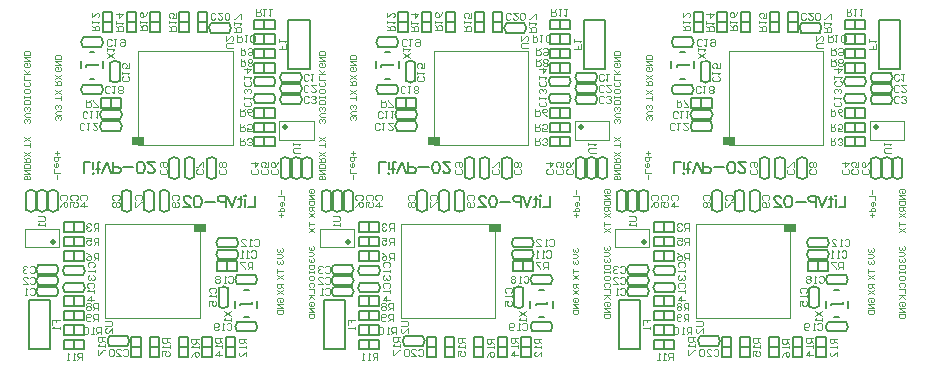
<source format=gbo>
G04*
G04 #@! TF.GenerationSoftware,Altium Limited,Altium Designer,21.1.0 (24)*
G04*
G04 Layer_Color=49087*
%FSLAX25Y25*%
%MOIN*%
G70*
G04*
G04 #@! TF.SameCoordinates,3801A82C-AC67-41FB-AA52-F7C80330A8D8*
G04*
G04*
G04 #@! TF.FilePolarity,Positive*
G04*
G01*
G75*
%ADD11C,0.00787*%
%ADD23C,0.01968*%
%ADD34C,0.00500*%
%ADD35C,0.00394*%
%ADD57R,0.04134X0.03150*%
D11*
X274600Y134093D02*
Y130157D01*
X272351D01*
X271545Y134093D02*
X271357Y133906D01*
X271170Y134093D01*
X271357Y134281D01*
X271545Y134093D01*
X271357Y132781D02*
Y130157D01*
X269914Y134093D02*
Y130907D01*
X269727Y130345D01*
X269352Y130157D01*
X268977D01*
X270477Y132781D02*
X269164D01*
X268415Y134093D02*
X266915Y130157D01*
X265416Y134093D02*
X266915Y130157D01*
X264910Y132032D02*
X263223D01*
X262661Y132219D01*
X262473Y132406D01*
X262286Y132781D01*
Y133344D01*
X262473Y133719D01*
X262661Y133906D01*
X263223Y134093D01*
X264910D01*
Y130157D01*
X261405Y131844D02*
X258031D01*
X255744Y134093D02*
X256306Y133906D01*
X256681Y133344D01*
X256869Y132406D01*
Y131844D01*
X256681Y130907D01*
X256306Y130345D01*
X255744Y130157D01*
X255369D01*
X254807Y130345D01*
X254432Y130907D01*
X254245Y131844D01*
Y132406D01*
X254432Y133344D01*
X254807Y133906D01*
X255369Y134093D01*
X255744D01*
X253176Y133156D02*
Y133344D01*
X252989Y133719D01*
X252801Y133906D01*
X252427Y134093D01*
X251677D01*
X251302Y133906D01*
X251114Y133719D01*
X250927Y133344D01*
Y132969D01*
X251114Y132594D01*
X251489Y132032D01*
X253364Y130157D01*
X250740D01*
X176175Y134093D02*
Y130157D01*
X173926D01*
X173120Y134093D02*
X172932Y133906D01*
X172745Y134093D01*
X172932Y134281D01*
X173120Y134093D01*
X172932Y132781D02*
Y130157D01*
X171489Y134093D02*
Y130907D01*
X171302Y130345D01*
X170927Y130157D01*
X170552D01*
X172051Y132781D02*
X170739D01*
X169990Y134093D02*
X168490Y130157D01*
X166991Y134093D02*
X168490Y130157D01*
X166484Y132032D02*
X164798D01*
X164235Y132219D01*
X164048Y132406D01*
X163860Y132781D01*
Y133344D01*
X164048Y133719D01*
X164235Y133906D01*
X164798Y134093D01*
X166484D01*
Y130157D01*
X162979Y131844D02*
X159606D01*
X157319Y134093D02*
X157881Y133906D01*
X158256Y133344D01*
X158443Y132406D01*
Y131844D01*
X158256Y130907D01*
X157881Y130345D01*
X157319Y130157D01*
X156944D01*
X156382Y130345D01*
X156007Y130907D01*
X155819Y131844D01*
Y132406D01*
X156007Y133344D01*
X156382Y133906D01*
X156944Y134093D01*
X157319D01*
X154751Y133156D02*
Y133344D01*
X154564Y133719D01*
X154376Y133906D01*
X154001Y134093D01*
X153252D01*
X152877Y133906D01*
X152689Y133719D01*
X152502Y133344D01*
Y132969D01*
X152689Y132594D01*
X153064Y132032D01*
X154938Y130157D01*
X152314D01*
X77750Y134093D02*
Y130157D01*
X75501D01*
X74695Y134093D02*
X74507Y133906D01*
X74320Y134093D01*
X74507Y134281D01*
X74695Y134093D01*
X74507Y132781D02*
Y130157D01*
X73064Y134093D02*
Y130907D01*
X72876Y130345D01*
X72501Y130157D01*
X72127D01*
X73626Y132781D02*
X72314D01*
X71564Y134093D02*
X70065Y130157D01*
X68565Y134093D02*
X70065Y130157D01*
X68059Y132032D02*
X66372D01*
X65810Y132219D01*
X65623Y132406D01*
X65435Y132781D01*
Y133344D01*
X65623Y133719D01*
X65810Y133906D01*
X66372Y134093D01*
X68059D01*
Y130157D01*
X64554Y131844D02*
X61180D01*
X58894Y134093D02*
X59456Y133906D01*
X59831Y133344D01*
X60018Y132406D01*
Y131844D01*
X59831Y130907D01*
X59456Y130345D01*
X58894Y130157D01*
X58519D01*
X57956Y130345D01*
X57582Y130907D01*
X57394Y131844D01*
Y132406D01*
X57582Y133344D01*
X57956Y133906D01*
X58519Y134093D01*
X58894D01*
X56326Y133156D02*
Y133344D01*
X56138Y133719D01*
X55951Y133906D01*
X55576Y134093D01*
X54826D01*
X54451Y133906D01*
X54264Y133719D01*
X54077Y133344D01*
Y132969D01*
X54264Y132594D01*
X54639Y132032D01*
X56513Y130157D01*
X53889D01*
X20677Y141497D02*
Y145433D01*
X22926D01*
X23732Y141497D02*
X23920Y141685D01*
X24107Y141497D01*
X23920Y141310D01*
X23732Y141497D01*
X23920Y142809D02*
Y145433D01*
X25363Y141497D02*
Y144684D01*
X25550Y145246D01*
X25925Y145433D01*
X26300D01*
X24801Y142809D02*
X26113D01*
X26862Y141497D02*
X28362Y145433D01*
X29861Y141497D02*
X28362Y145433D01*
X30367Y143559D02*
X32054D01*
X32617Y143371D01*
X32804Y143184D01*
X32991Y142809D01*
Y142247D01*
X32804Y141872D01*
X32617Y141685D01*
X32054Y141497D01*
X30367D01*
Y145433D01*
X33873Y143746D02*
X37246D01*
X39533Y141497D02*
X38971Y141685D01*
X38596Y142247D01*
X38408Y143184D01*
Y143746D01*
X38596Y144684D01*
X38971Y145246D01*
X39533Y145433D01*
X39908D01*
X40470Y145246D01*
X40845Y144684D01*
X41033Y143746D01*
Y143184D01*
X40845Y142247D01*
X40470Y141685D01*
X39908Y141497D01*
X39533D01*
X42101Y142434D02*
Y142247D01*
X42288Y141872D01*
X42476Y141685D01*
X42851Y141497D01*
X43600D01*
X43975Y141685D01*
X44163Y141872D01*
X44350Y142247D01*
Y142622D01*
X44163Y142997D01*
X43788Y143559D01*
X41914Y145433D01*
X44538D01*
X119102Y141497D02*
Y145433D01*
X121351D01*
X122157Y141497D02*
X122345Y141685D01*
X122532Y141497D01*
X122345Y141310D01*
X122157Y141497D01*
X122345Y142809D02*
Y145433D01*
X123788Y141497D02*
Y144684D01*
X123976Y145246D01*
X124350Y145433D01*
X124725D01*
X123226Y142809D02*
X124538D01*
X125288Y141497D02*
X126787Y145433D01*
X128287Y141497D02*
X126787Y145433D01*
X128793Y143559D02*
X130480D01*
X131042Y143371D01*
X131229Y143184D01*
X131417Y142809D01*
Y142247D01*
X131229Y141872D01*
X131042Y141685D01*
X130480Y141497D01*
X128793D01*
Y145433D01*
X132298Y143746D02*
X135672D01*
X137958Y141497D02*
X137396Y141685D01*
X137021Y142247D01*
X136834Y143184D01*
Y143746D01*
X137021Y144684D01*
X137396Y145246D01*
X137958Y145433D01*
X138333D01*
X138895Y145246D01*
X139270Y144684D01*
X139458Y143746D01*
Y143184D01*
X139270Y142247D01*
X138895Y141685D01*
X138333Y141497D01*
X137958D01*
X140526Y142434D02*
Y142247D01*
X140714Y141872D01*
X140901Y141685D01*
X141276Y141497D01*
X142026D01*
X142401Y141685D01*
X142588Y141872D01*
X142775Y142247D01*
Y142622D01*
X142588Y142997D01*
X142213Y143559D01*
X140339Y145433D01*
X142963D01*
X217527Y141497D02*
Y145433D01*
X219777D01*
X220583Y141497D02*
X220770Y141685D01*
X220957Y141497D01*
X220770Y141310D01*
X220583Y141497D01*
X220770Y142809D02*
Y145433D01*
X222213Y141497D02*
Y144684D01*
X222401Y145246D01*
X222776Y145433D01*
X223150D01*
X221651Y142809D02*
X222963D01*
X223713Y141497D02*
X225212Y145433D01*
X226712Y141497D02*
X225212Y145433D01*
X227218Y143559D02*
X228905D01*
X229467Y143371D01*
X229655Y143184D01*
X229842Y142809D01*
Y142247D01*
X229655Y141872D01*
X229467Y141685D01*
X228905Y141497D01*
X227218D01*
Y145433D01*
X230723Y143746D02*
X234097D01*
X236384Y141497D02*
X235821Y141685D01*
X235446Y142247D01*
X235259Y143184D01*
Y143746D01*
X235446Y144684D01*
X235821Y145246D01*
X236384Y145433D01*
X236758D01*
X237321Y145246D01*
X237696Y144684D01*
X237883Y143746D01*
Y143184D01*
X237696Y142247D01*
X237321Y141685D01*
X236758Y141497D01*
X236384D01*
X238951Y142434D02*
Y142247D01*
X239139Y141872D01*
X239326Y141685D01*
X239701Y141497D01*
X240451D01*
X240826Y141685D01*
X241013Y141872D01*
X241201Y142247D01*
Y142622D01*
X241013Y142997D01*
X240638Y143559D01*
X238764Y145433D01*
X241388D01*
D23*
X207351Y118550D02*
Y118650D01*
X108926Y118550D02*
Y118650D01*
X10501Y118550D02*
Y118650D01*
X87926Y157041D02*
Y156941D01*
X186351Y157041D02*
Y156941D01*
X284776Y157041D02*
Y156941D01*
D34*
X274794Y104539D02*
G03*
X274794Y107689I-1575J1575D01*
G01*
X268731D02*
G03*
X268731Y104539I1575J-1575D01*
G01*
Y91940D02*
G03*
X268731Y88791I1575J-1575D01*
G01*
X274794D02*
G03*
X274794Y91940I-1575J1575D01*
G01*
X201627Y135368D02*
G03*
X198477Y135368I-1575J-1575D01*
G01*
Y129305D02*
G03*
X201627Y129305I1575J1575D01*
G01*
X205276Y135368D02*
G03*
X202127Y135368I-1575J-1575D01*
G01*
Y129305D02*
G03*
X205276Y129305I1575J1575D01*
G01*
X208926Y135368D02*
G03*
X205776Y135368I-1575J-1575D01*
G01*
Y129305D02*
G03*
X208926Y129305I1575J1575D01*
G01*
X202417Y110999D02*
G03*
X202417Y107849I1575J-1575D01*
G01*
X208480D02*
G03*
X208480Y110999I-1575J1575D01*
G01*
X202417Y107349D02*
G03*
X202417Y104200I1575J-1575D01*
G01*
X208480D02*
G03*
X208480Y107349I-1575J1575D01*
G01*
X202417Y103700D02*
G03*
X202417Y100550I1575J-1575D01*
G01*
X208480D02*
G03*
X208480Y103700I-1575J1575D01*
G01*
X237723Y129305D02*
G03*
X240873Y129305I1575J1575D01*
G01*
Y135368D02*
G03*
X237723Y135368I-1575J-1575D01*
G01*
X233471D02*
G03*
X230322Y135368I-1575J-1575D01*
G01*
Y129305D02*
G03*
X233471Y129305I1575J1575D01*
G01*
X245991Y135368D02*
G03*
X242841Y135368I-1575J-1575D01*
G01*
Y129305D02*
G03*
X245991Y129305I1575J1575D01*
G01*
X268503Y112935D02*
G03*
X268503Y116084I-1575J1575D01*
G01*
X262440D02*
G03*
X262440Y112935I1575J-1575D01*
G01*
X217324Y107520D02*
G03*
X217324Y110669I-1575J1575D01*
G01*
X211261D02*
G03*
X211261Y107520I1575J-1575D01*
G01*
Y104982D02*
G03*
X211261Y101832I1575J-1575D01*
G01*
X217324D02*
G03*
X217324Y104982I-1575J1575D01*
G01*
X265700Y103204D02*
G03*
X262551Y103204I-1575J-1575D01*
G01*
Y97141D02*
G03*
X265700Y97141I1575J1575D01*
G01*
X232166Y84039D02*
G03*
X232166Y87189I-1575J1575D01*
G01*
X226103D02*
G03*
X226103Y84039I1575J-1575D01*
G01*
X262440Y119931D02*
G03*
X262440Y116781I1575J-1575D01*
G01*
X268503D02*
G03*
X268503Y119931I-1575J1575D01*
G01*
X199213Y82905D02*
Y99441D01*
X206300Y82905D02*
X199213D01*
X206300D02*
Y99441D01*
X199213D01*
X274794Y107689D02*
X268731D01*
X274794Y104539D02*
X268731D01*
X275503Y96655D02*
Y99017D01*
X272550Y93506D02*
X270975D01*
X268023Y96655D02*
Y99017D01*
X273731Y97974D02*
X269794D01*
X273731D02*
Y98506D01*
X269794Y97521D02*
Y97974D01*
X272550Y102482D02*
X270975D01*
X274794Y88791D02*
X268731D01*
X274794Y91940D02*
X268731D01*
X198477Y129305D02*
Y135368D01*
X201627Y129305D02*
Y135368D01*
X202127Y129305D02*
Y135368D01*
X205276Y129305D02*
Y135368D01*
X205776Y129305D02*
Y135368D01*
X208926Y129305D02*
Y135368D01*
X208480Y107849D02*
X202417D01*
X208480Y110999D02*
X202417D01*
X208480Y104200D02*
X202417D01*
X208480Y107349D02*
X202417D01*
X208480Y100550D02*
X202417D01*
X208480Y103700D02*
X202417D01*
X240873Y129305D02*
Y135368D01*
X237723Y129305D02*
Y135368D01*
X230322Y129305D02*
Y135368D01*
X233471Y129305D02*
Y135368D01*
X242841Y129305D02*
Y135368D01*
X245991Y129305D02*
Y135368D01*
X268503Y116084D02*
X262440D01*
X268503Y112935D02*
X262440D01*
X217324Y110669D02*
X211261D01*
X217324Y107520D02*
X211261D01*
X217324Y101832D02*
X211261D01*
X217324Y104982D02*
X211261D01*
X262551Y97141D02*
Y103204D01*
X265700Y97141D02*
Y103204D01*
X232166Y87189D02*
X226103D01*
X232166Y84039D02*
X226103D01*
X217639Y121990D02*
X210946D01*
X217639Y125139D02*
X210946D01*
Y121990D02*
Y125139D01*
X217639Y121990D02*
Y125139D01*
X214292Y121990D02*
Y125139D01*
X217639Y117175D02*
X210946D01*
X217639Y120324D02*
X210946D01*
Y117175D02*
Y120324D01*
X217639Y117175D02*
Y120324D01*
X214292Y117175D02*
Y120324D01*
X217639Y112372D02*
X210946D01*
X217639Y115521D02*
X210946D01*
Y112372D02*
Y115521D01*
X217639Y112372D02*
Y115521D01*
X214292Y112372D02*
Y115521D01*
X265471Y109076D02*
Y112226D01*
X268818Y109076D02*
Y112226D01*
X262125Y109076D02*
Y112226D01*
X268818D02*
X262125D01*
X268818Y109076D02*
X262125D01*
X214292Y97362D02*
Y100512D01*
X217639Y97362D02*
Y100512D01*
X210946Y97362D02*
Y100512D01*
X217639D02*
X210946D01*
X217639Y97362D02*
X210946D01*
X214292Y92520D02*
Y95669D01*
X217639Y92520D02*
Y95669D01*
X210946Y92520D02*
Y95669D01*
X217639D02*
X210946D01*
X217639Y92520D02*
X210946D01*
X214292Y87707D02*
Y90857D01*
X217639Y87707D02*
Y90857D01*
X210946Y87707D02*
Y90857D01*
X217639D02*
X210946D01*
X217639Y87707D02*
X210946D01*
X214292Y82874D02*
Y86024D01*
X210946Y82874D02*
Y86024D01*
X217639Y82874D02*
Y86024D01*
Y82874D02*
X210946D01*
X217639Y86024D02*
X210946D01*
X264961Y80181D02*
Y86874D01*
X268111Y80181D02*
Y86874D01*
X264961D01*
X268111Y80181D02*
X264961D01*
X268111Y83527D02*
X264961D01*
X257087Y80181D02*
Y86874D01*
X260237Y80181D02*
Y86874D01*
X257087D01*
X260237Y80181D02*
X257087D01*
X260237Y83527D02*
X257087D01*
X252363D02*
X249213D01*
X252363Y80181D02*
X249213D01*
X252363Y86874D02*
X249213D01*
X252363Y80181D02*
Y86874D01*
X249213Y80181D02*
Y86874D01*
X239536Y80181D02*
Y86874D01*
X242686Y80181D02*
Y86874D01*
X239536D01*
X242686Y80181D02*
X239536D01*
X242686Y83527D02*
X239536D01*
X233465Y80181D02*
Y86874D01*
X236615Y80181D02*
Y86874D01*
X233465D01*
X236615Y80181D02*
X233465D01*
X236615Y83527D02*
X233465D01*
X268503Y116781D02*
X262440D01*
X268503Y119931D02*
X262440D01*
X176369Y104539D02*
G03*
X176369Y107689I-1575J1575D01*
G01*
X170306D02*
G03*
X170306Y104539I1575J-1575D01*
G01*
Y91940D02*
G03*
X170306Y88791I1575J-1575D01*
G01*
X176369D02*
G03*
X176369Y91940I-1575J1575D01*
G01*
X103201Y135368D02*
G03*
X100052Y135368I-1575J-1575D01*
G01*
Y129305D02*
G03*
X103201Y129305I1575J1575D01*
G01*
X106851Y135368D02*
G03*
X103701Y135368I-1575J-1575D01*
G01*
Y129305D02*
G03*
X106851Y129305I1575J1575D01*
G01*
X110501Y135368D02*
G03*
X107351Y135368I-1575J-1575D01*
G01*
Y129305D02*
G03*
X110501Y129305I1575J1575D01*
G01*
X103992Y110999D02*
G03*
X103992Y107849I1575J-1575D01*
G01*
X110055D02*
G03*
X110055Y110999I-1575J1575D01*
G01*
X103992Y107349D02*
G03*
X103992Y104200I1575J-1575D01*
G01*
X110055D02*
G03*
X110055Y107349I-1575J1575D01*
G01*
X103992Y103700D02*
G03*
X103992Y100550I1575J-1575D01*
G01*
X110055D02*
G03*
X110055Y103700I-1575J1575D01*
G01*
X139298Y129305D02*
G03*
X142448Y129305I1575J1575D01*
G01*
Y135368D02*
G03*
X139298Y135368I-1575J-1575D01*
G01*
X135046D02*
G03*
X131897Y135368I-1575J-1575D01*
G01*
Y129305D02*
G03*
X135046Y129305I1575J1575D01*
G01*
X147566Y135368D02*
G03*
X144416Y135368I-1575J-1575D01*
G01*
Y129305D02*
G03*
X147566Y129305I1575J1575D01*
G01*
X170078Y112935D02*
G03*
X170078Y116084I-1575J1575D01*
G01*
X164015D02*
G03*
X164015Y112935I1575J-1575D01*
G01*
X118898Y107520D02*
G03*
X118898Y110669I-1575J1575D01*
G01*
X112836D02*
G03*
X112836Y107520I1575J-1575D01*
G01*
Y104982D02*
G03*
X112836Y101832I1575J-1575D01*
G01*
X118898D02*
G03*
X118898Y104982I-1575J1575D01*
G01*
X167275Y103204D02*
G03*
X164126Y103204I-1575J-1575D01*
G01*
Y97141D02*
G03*
X167275Y97141I1575J1575D01*
G01*
X133741Y84039D02*
G03*
X133741Y87189I-1575J1575D01*
G01*
X127678D02*
G03*
X127678Y84039I1575J-1575D01*
G01*
X164015Y119931D02*
G03*
X164015Y116781I1575J-1575D01*
G01*
X170078D02*
G03*
X170078Y119931I-1575J1575D01*
G01*
X100788Y82905D02*
Y99441D01*
X107875Y82905D02*
X100788D01*
X107875D02*
Y99441D01*
X100788D01*
X176369Y107689D02*
X170306D01*
X176369Y104539D02*
X170306D01*
X177078Y96655D02*
Y99017D01*
X174125Y93506D02*
X172550D01*
X169597Y96655D02*
Y99017D01*
X175306Y97974D02*
X171369D01*
X175306D02*
Y98506D01*
X171369Y97521D02*
Y97974D01*
X174125Y102482D02*
X172550D01*
X176369Y88791D02*
X170306D01*
X176369Y91940D02*
X170306D01*
X100052Y129305D02*
Y135368D01*
X103201Y129305D02*
Y135368D01*
X103701Y129305D02*
Y135368D01*
X106851Y129305D02*
Y135368D01*
X107351Y129305D02*
Y135368D01*
X110501Y129305D02*
Y135368D01*
X110055Y107849D02*
X103992D01*
X110055Y110999D02*
X103992D01*
X110055Y104200D02*
X103992D01*
X110055Y107349D02*
X103992D01*
X110055Y100550D02*
X103992D01*
X110055Y103700D02*
X103992D01*
X142448Y129305D02*
Y135368D01*
X139298Y129305D02*
Y135368D01*
X131897Y129305D02*
Y135368D01*
X135046Y129305D02*
Y135368D01*
X144416Y129305D02*
Y135368D01*
X147566Y129305D02*
Y135368D01*
X170078Y116084D02*
X164015D01*
X170078Y112935D02*
X164015D01*
X118898Y110669D02*
X112836D01*
X118898Y107520D02*
X112836D01*
X118898Y101832D02*
X112836D01*
X118898Y104982D02*
X112836D01*
X164126Y97141D02*
Y103204D01*
X167275Y97141D02*
Y103204D01*
X133741Y87189D02*
X127678D01*
X133741Y84039D02*
X127678D01*
X119213Y121990D02*
X112521D01*
X119213Y125139D02*
X112521D01*
Y121990D02*
Y125139D01*
X119213Y121990D02*
Y125139D01*
X115867Y121990D02*
Y125139D01*
X119213Y117175D02*
X112521D01*
X119213Y120324D02*
X112521D01*
Y117175D02*
Y120324D01*
X119213Y117175D02*
Y120324D01*
X115867Y117175D02*
Y120324D01*
X119213Y112372D02*
X112521D01*
X119213Y115521D02*
X112521D01*
Y112372D02*
Y115521D01*
X119213Y112372D02*
Y115521D01*
X115867Y112372D02*
Y115521D01*
X167046Y109076D02*
Y112226D01*
X170393Y109076D02*
Y112226D01*
X163700Y109076D02*
Y112226D01*
X170393D02*
X163700D01*
X170393Y109076D02*
X163700D01*
X115867Y97362D02*
Y100512D01*
X119213Y97362D02*
Y100512D01*
X112521Y97362D02*
Y100512D01*
X119213D02*
X112521D01*
X119213Y97362D02*
X112521D01*
X115867Y92520D02*
Y95669D01*
X119213Y92520D02*
Y95669D01*
X112521Y92520D02*
Y95669D01*
X119213D02*
X112521D01*
X119213Y92520D02*
X112521D01*
X115867Y87707D02*
Y90857D01*
X119213Y87707D02*
Y90857D01*
X112521Y87707D02*
Y90857D01*
X119213D02*
X112521D01*
X119213Y87707D02*
X112521D01*
X115867Y82874D02*
Y86024D01*
X112521Y82874D02*
Y86024D01*
X119213Y82874D02*
Y86024D01*
Y82874D02*
X112521D01*
X119213Y86024D02*
X112521D01*
X166536Y80181D02*
Y86874D01*
X169686Y80181D02*
Y86874D01*
X166536D01*
X169686Y80181D02*
X166536D01*
X169686Y83527D02*
X166536D01*
X158662Y80181D02*
Y86874D01*
X161812Y80181D02*
Y86874D01*
X158662D01*
X161812Y80181D02*
X158662D01*
X161812Y83527D02*
X158662D01*
X153938D02*
X150788D01*
X153938Y80181D02*
X150788D01*
X153938Y86874D02*
X150788D01*
X153938Y80181D02*
Y86874D01*
X150788Y80181D02*
Y86874D01*
X141111Y80181D02*
Y86874D01*
X144261Y80181D02*
Y86874D01*
X141111D01*
X144261Y80181D02*
X141111D01*
X144261Y83527D02*
X141111D01*
X135040Y80181D02*
Y86874D01*
X138190Y80181D02*
Y86874D01*
X135040D01*
X138190Y80181D02*
X135040D01*
X138190Y83527D02*
X135040D01*
X170078Y116781D02*
X164015D01*
X170078Y119931D02*
X164015D01*
X77944Y104539D02*
G03*
X77944Y107689I-1575J1575D01*
G01*
X71881D02*
G03*
X71881Y104539I1575J-1575D01*
G01*
Y91940D02*
G03*
X71881Y88791I1575J-1575D01*
G01*
X77944D02*
G03*
X77944Y91940I-1575J1575D01*
G01*
X4776Y135368D02*
G03*
X1627Y135368I-1575J-1575D01*
G01*
Y129305D02*
G03*
X4776Y129305I1575J1575D01*
G01*
X8426Y135368D02*
G03*
X5276Y135368I-1575J-1575D01*
G01*
Y129305D02*
G03*
X8426Y129305I1575J1575D01*
G01*
X12075Y135368D02*
G03*
X8926Y135368I-1575J-1575D01*
G01*
Y129305D02*
G03*
X12075Y129305I1575J1575D01*
G01*
X5567Y110999D02*
G03*
X5567Y107849I1575J-1575D01*
G01*
X11630D02*
G03*
X11630Y110999I-1575J1575D01*
G01*
X5567Y107349D02*
G03*
X5567Y104200I1575J-1575D01*
G01*
X11630D02*
G03*
X11630Y107349I-1575J1575D01*
G01*
X5567Y103700D02*
G03*
X5567Y100550I1575J-1575D01*
G01*
X11630D02*
G03*
X11630Y103700I-1575J1575D01*
G01*
X40873Y129305D02*
G03*
X44023Y129305I1575J1575D01*
G01*
Y135368D02*
G03*
X40873Y135368I-1575J-1575D01*
G01*
X36621D02*
G03*
X33471Y135368I-1575J-1575D01*
G01*
Y129305D02*
G03*
X36621Y129305I1575J1575D01*
G01*
X49141Y135368D02*
G03*
X45991Y135368I-1575J-1575D01*
G01*
Y129305D02*
G03*
X49141Y129305I1575J1575D01*
G01*
X71652Y112935D02*
G03*
X71652Y116084I-1575J1575D01*
G01*
X65589D02*
G03*
X65589Y112935I1575J-1575D01*
G01*
X20473Y107520D02*
G03*
X20473Y110669I-1575J1575D01*
G01*
X14410D02*
G03*
X14410Y107520I1575J-1575D01*
G01*
Y104982D02*
G03*
X14410Y101832I1575J-1575D01*
G01*
X20473D02*
G03*
X20473Y104982I-1575J1575D01*
G01*
X68850Y103204D02*
G03*
X65700Y103204I-1575J-1575D01*
G01*
Y97141D02*
G03*
X68850Y97141I1575J1575D01*
G01*
X35316Y84039D02*
G03*
X35316Y87189I-1575J1575D01*
G01*
X29253D02*
G03*
X29253Y84039I1575J-1575D01*
G01*
X65589Y119931D02*
G03*
X65589Y116781I1575J-1575D01*
G01*
X71652D02*
G03*
X71652Y119931I-1575J1575D01*
G01*
X2363Y82905D02*
Y99441D01*
X9450Y82905D02*
X2363D01*
X9450D02*
Y99441D01*
X2363D01*
X77944Y107689D02*
X71881D01*
X77944Y104539D02*
X71881D01*
X78653Y96655D02*
Y99017D01*
X75700Y93506D02*
X74125D01*
X71172Y96655D02*
Y99017D01*
X76881Y97974D02*
X72944D01*
X76881D02*
Y98506D01*
X72944Y97521D02*
Y97974D01*
X75700Y102482D02*
X74125D01*
X77944Y88791D02*
X71881D01*
X77944Y91940D02*
X71881D01*
X1627Y129305D02*
Y135368D01*
X4776Y129305D02*
Y135368D01*
X5276Y129305D02*
Y135368D01*
X8426Y129305D02*
Y135368D01*
X8926Y129305D02*
Y135368D01*
X12075Y129305D02*
Y135368D01*
X11630Y107849D02*
X5567D01*
X11630Y110999D02*
X5567D01*
X11630Y104200D02*
X5567D01*
X11630Y107349D02*
X5567D01*
X11630Y100550D02*
X5567D01*
X11630Y103700D02*
X5567D01*
X44023Y129305D02*
Y135368D01*
X40873Y129305D02*
Y135368D01*
X33471Y129305D02*
Y135368D01*
X36621Y129305D02*
Y135368D01*
X45991Y129305D02*
Y135368D01*
X49141Y129305D02*
Y135368D01*
X71652Y116084D02*
X65589D01*
X71652Y112935D02*
X65589D01*
X20473Y110669D02*
X14410D01*
X20473Y107520D02*
X14410D01*
X20473Y101832D02*
X14410D01*
X20473Y104982D02*
X14410D01*
X65700Y97141D02*
Y103204D01*
X68850Y97141D02*
Y103204D01*
X35316Y87189D02*
X29253D01*
X35316Y84039D02*
X29253D01*
X20788Y121990D02*
X14095D01*
X20788Y125139D02*
X14095D01*
Y121990D02*
Y125139D01*
X20788Y121990D02*
Y125139D01*
X17442Y121990D02*
Y125139D01*
X20788Y117175D02*
X14095D01*
X20788Y120324D02*
X14095D01*
Y117175D02*
Y120324D01*
X20788Y117175D02*
Y120324D01*
X17442Y117175D02*
Y120324D01*
X20788Y112372D02*
X14095D01*
X20788Y115521D02*
X14095D01*
Y112372D02*
Y115521D01*
X20788Y112372D02*
Y115521D01*
X17442Y112372D02*
Y115521D01*
X68621Y109076D02*
Y112226D01*
X71967Y109076D02*
Y112226D01*
X65275Y109076D02*
Y112226D01*
X71967D02*
X65275D01*
X71967Y109076D02*
X65275D01*
X17442Y97362D02*
Y100512D01*
X20788Y97362D02*
Y100512D01*
X14095Y97362D02*
Y100512D01*
X20788D02*
X14095D01*
X20788Y97362D02*
X14095D01*
X17442Y92520D02*
Y95669D01*
X20788Y92520D02*
Y95669D01*
X14095Y92520D02*
Y95669D01*
X20788D02*
X14095D01*
X20788Y92520D02*
X14095D01*
X17442Y87707D02*
Y90857D01*
X20788Y87707D02*
Y90857D01*
X14095Y87707D02*
Y90857D01*
X20788D02*
X14095D01*
X20788Y87707D02*
X14095D01*
X17442Y82874D02*
Y86024D01*
X14095Y82874D02*
Y86024D01*
X20788Y82874D02*
Y86024D01*
Y82874D02*
X14095D01*
X20788Y86024D02*
X14095D01*
X68111Y80181D02*
Y86874D01*
X71261Y80181D02*
Y86874D01*
X68111D01*
X71261Y80181D02*
X68111D01*
X71261Y83527D02*
X68111D01*
X60237Y80181D02*
Y86874D01*
X63387Y80181D02*
Y86874D01*
X60237D01*
X63387Y80181D02*
X60237D01*
X63387Y83527D02*
X60237D01*
X55513D02*
X52363D01*
X55513Y80181D02*
X52363D01*
X55513Y86874D02*
X52363D01*
X55513Y80181D02*
Y86874D01*
X52363Y80181D02*
Y86874D01*
X42686Y80181D02*
Y86874D01*
X45836Y80181D02*
Y86874D01*
X42686D01*
X45836Y80181D02*
X42686D01*
X45836Y83527D02*
X42686D01*
X36615Y80181D02*
Y86874D01*
X39765Y80181D02*
Y86874D01*
X36615D01*
X39765Y80181D02*
X36615D01*
X39765Y83527D02*
X36615D01*
X71652Y116781D02*
X65589D01*
X71652Y119931D02*
X65589D01*
X20483Y171052D02*
G03*
X20483Y167902I1575J-1575D01*
G01*
X26546D02*
G03*
X26546Y171052I-1575J1575D01*
G01*
Y183650D02*
G03*
X26546Y186800I-1575J1575D01*
G01*
X20483D02*
G03*
X20483Y183650I1575J-1575D01*
G01*
X93651Y140223D02*
G03*
X96800Y140223I1575J1575D01*
G01*
Y146286D02*
G03*
X93651Y146286I-1575J-1575D01*
G01*
X90001Y140223D02*
G03*
X93151Y140223I1575J1575D01*
G01*
Y146286D02*
G03*
X90001Y146286I-1575J-1575D01*
G01*
X86351Y140223D02*
G03*
X89501Y140223I1575J1575D01*
G01*
Y146286D02*
G03*
X86351Y146286I-1575J-1575D01*
G01*
X92860Y164592D02*
G03*
X92860Y167741I-1575J1575D01*
G01*
X86797D02*
G03*
X86797Y164592I1575J-1575D01*
G01*
X92860Y168241D02*
G03*
X92860Y171391I-1575J1575D01*
G01*
X86797D02*
G03*
X86797Y168241I1575J-1575D01*
G01*
X92860Y171891D02*
G03*
X92860Y175040I-1575J1575D01*
G01*
X86797D02*
G03*
X86797Y171891I1575J-1575D01*
G01*
X57554Y146286D02*
G03*
X54404Y146286I-1575J-1575D01*
G01*
Y140223D02*
G03*
X57554Y140223I1575J1575D01*
G01*
X61806D02*
G03*
X64955Y140223I1575J1575D01*
G01*
Y146286D02*
G03*
X61806Y146286I-1575J-1575D01*
G01*
X49286Y140223D02*
G03*
X52436Y140223I1575J1575D01*
G01*
Y146286D02*
G03*
X49286Y146286I-1575J-1575D01*
G01*
X26774Y162656D02*
G03*
X26774Y159506I1575J-1575D01*
G01*
X32837D02*
G03*
X32837Y162656I-1575J1575D01*
G01*
X77953Y168071D02*
G03*
X77953Y164921I1575J-1575D01*
G01*
X84016D02*
G03*
X84016Y168071I-1575J1575D01*
G01*
Y170609D02*
G03*
X84016Y173758I-1575J1575D01*
G01*
X77953D02*
G03*
X77953Y170609I1575J-1575D01*
G01*
X29577Y172387D02*
G03*
X32726Y172387I1575J1575D01*
G01*
Y178449D02*
G03*
X29577Y178449I-1575J-1575D01*
G01*
X63111Y191551D02*
G03*
X63111Y188402I1575J-1575D01*
G01*
X69174D02*
G03*
X69174Y191551I-1575J1575D01*
G01*
X32837Y155660D02*
G03*
X32837Y158809I-1575J1575D01*
G01*
X26774D02*
G03*
X26774Y155660I1575J-1575D01*
G01*
X96064Y192685D02*
Y176150D01*
X88977Y192685D02*
X96064D01*
X88977D02*
Y176150D01*
X96064D01*
X20483Y167902D02*
X26546D01*
X20483Y171052D02*
X26546D01*
X19774Y178935D02*
Y176573D01*
X22727Y182085D02*
X24302D01*
X27255Y178935D02*
Y176573D01*
X21546Y177617D02*
X25483D01*
X21546D02*
Y177085D01*
X25483Y178069D02*
Y177617D01*
X22727Y173109D02*
X24302D01*
X20483Y186800D02*
X26546D01*
X20483Y183650D02*
X26546D01*
X96800Y146286D02*
Y140223D01*
X93651Y146286D02*
Y140223D01*
X93151Y146286D02*
Y140223D01*
X90001Y146286D02*
Y140223D01*
X89501Y146286D02*
Y140223D01*
X86351Y146286D02*
Y140223D01*
X86797Y167741D02*
X92860D01*
X86797Y164592D02*
X92860D01*
X86797Y171391D02*
X92860D01*
X86797Y168241D02*
X92860D01*
X86797Y175040D02*
X92860D01*
X86797Y171891D02*
X92860D01*
X54404Y146286D02*
Y140223D01*
X57554Y146286D02*
Y140223D01*
X64955Y146286D02*
Y140223D01*
X61806Y146286D02*
Y140223D01*
X52436Y146286D02*
Y140223D01*
X49286Y146286D02*
Y140223D01*
X26774Y159506D02*
X32837D01*
X26774Y162656D02*
X32837D01*
X77953Y164921D02*
X84016D01*
X77953Y168071D02*
X84016D01*
X77953Y173758D02*
X84016D01*
X77953Y170609D02*
X84016D01*
X32726Y178449D02*
Y172387D01*
X29577Y178449D02*
Y172387D01*
X63111Y188402D02*
X69174D01*
X63111Y191551D02*
X69174D01*
X77639Y153601D02*
X84331D01*
X77639Y150451D02*
X84331D01*
Y153601D02*
Y150451D01*
X77639Y153601D02*
Y150451D01*
X80985Y153601D02*
Y150451D01*
X77639Y158416D02*
X84331D01*
X77639Y155266D02*
X84331D01*
Y158416D02*
Y155266D01*
X77639Y158416D02*
Y155266D01*
X80985Y158416D02*
Y155266D01*
X77639Y163219D02*
X84331D01*
X77639Y160069D02*
X84331D01*
Y163219D02*
Y160069D01*
X77639Y163219D02*
Y160069D01*
X80985Y163219D02*
Y160069D01*
X29806Y166514D02*
Y163365D01*
X26459Y166514D02*
Y163365D01*
X33152Y166514D02*
Y163365D01*
X26459D02*
X33152D01*
X26459Y166514D02*
X33152D01*
X80985Y178228D02*
Y175079D01*
X77639Y178228D02*
Y175079D01*
X84331Y178228D02*
Y175079D01*
X77639D02*
X84331D01*
X77639Y178228D02*
X84331D01*
X80985Y183071D02*
Y179921D01*
X77639Y183071D02*
Y179921D01*
X84331Y183071D02*
Y179921D01*
X77639D02*
X84331D01*
X77639Y183071D02*
X84331D01*
X80985Y187883D02*
Y184734D01*
X77639Y187883D02*
Y184734D01*
X84331Y187883D02*
Y184734D01*
X77639D02*
X84331D01*
X77639Y187883D02*
X84331D01*
X80985Y192717D02*
Y189567D01*
X84331Y192717D02*
Y189567D01*
X77639Y192717D02*
Y189567D01*
Y192717D02*
X84331D01*
X77639Y189567D02*
X84331D01*
X30316Y195410D02*
Y188717D01*
X27166Y195410D02*
Y188717D01*
X30316D01*
X27166Y195410D02*
X30316D01*
X27166Y192063D02*
X30316D01*
X38190Y195410D02*
Y188717D01*
X35040Y195410D02*
Y188717D01*
X38190D01*
X35040Y195410D02*
X38190D01*
X35040Y192063D02*
X38190D01*
X42914D02*
X46064D01*
X42914Y195410D02*
X46064D01*
X42914Y188717D02*
X46064D01*
X42914Y195410D02*
Y188717D01*
X46064Y195410D02*
Y188717D01*
X55741Y195410D02*
Y188717D01*
X52591Y195410D02*
Y188717D01*
X55741D01*
X52591Y195410D02*
X55741D01*
X52591Y192063D02*
X55741D01*
X61812Y195410D02*
Y188717D01*
X58662Y195410D02*
Y188717D01*
X61812D01*
X58662Y195410D02*
X61812D01*
X58662Y192063D02*
X61812D01*
X26774Y158809D02*
X32837D01*
X26774Y155660D02*
X32837D01*
X118908Y171052D02*
G03*
X118908Y167902I1575J-1575D01*
G01*
X124971D02*
G03*
X124971Y171052I-1575J1575D01*
G01*
Y183650D02*
G03*
X124971Y186800I-1575J1575D01*
G01*
X118908D02*
G03*
X118908Y183650I1575J-1575D01*
G01*
X192076Y140223D02*
G03*
X195225Y140223I1575J1575D01*
G01*
Y146286D02*
G03*
X192076Y146286I-1575J-1575D01*
G01*
X188426Y140223D02*
G03*
X191576Y140223I1575J1575D01*
G01*
Y146286D02*
G03*
X188426Y146286I-1575J-1575D01*
G01*
X184776Y140223D02*
G03*
X187926Y140223I1575J1575D01*
G01*
Y146286D02*
G03*
X184776Y146286I-1575J-1575D01*
G01*
X191285Y164592D02*
G03*
X191285Y167741I-1575J1575D01*
G01*
X185222D02*
G03*
X185222Y164592I1575J-1575D01*
G01*
X191285Y168241D02*
G03*
X191285Y171391I-1575J1575D01*
G01*
X185222D02*
G03*
X185222Y168241I1575J-1575D01*
G01*
X191285Y171891D02*
G03*
X191285Y175040I-1575J1575D01*
G01*
X185222D02*
G03*
X185222Y171891I1575J-1575D01*
G01*
X155979Y146286D02*
G03*
X152829Y146286I-1575J-1575D01*
G01*
Y140223D02*
G03*
X155979Y140223I1575J1575D01*
G01*
X160231D02*
G03*
X163381Y140223I1575J1575D01*
G01*
Y146286D02*
G03*
X160231Y146286I-1575J-1575D01*
G01*
X147711Y140223D02*
G03*
X150861Y140223I1575J1575D01*
G01*
Y146286D02*
G03*
X147711Y146286I-1575J-1575D01*
G01*
X125199Y162656D02*
G03*
X125199Y159506I1575J-1575D01*
G01*
X131262D02*
G03*
X131262Y162656I-1575J1575D01*
G01*
X176379Y168071D02*
G03*
X176379Y164921I1575J-1575D01*
G01*
X182442D02*
G03*
X182442Y168071I-1575J1575D01*
G01*
Y170609D02*
G03*
X182442Y173758I-1575J1575D01*
G01*
X176379D02*
G03*
X176379Y170609I1575J-1575D01*
G01*
X128002Y172387D02*
G03*
X131151Y172387I1575J1575D01*
G01*
Y178449D02*
G03*
X128002Y178449I-1575J-1575D01*
G01*
X161536Y191551D02*
G03*
X161536Y188402I1575J-1575D01*
G01*
X167599D02*
G03*
X167599Y191551I-1575J1575D01*
G01*
X131262Y155660D02*
G03*
X131262Y158809I-1575J1575D01*
G01*
X125199D02*
G03*
X125199Y155660I1575J-1575D01*
G01*
X194489Y192685D02*
Y176150D01*
X187402Y192685D02*
X194489D01*
X187402D02*
Y176150D01*
X194489D01*
X118908Y167902D02*
X124971D01*
X118908Y171052D02*
X124971D01*
X118199Y178935D02*
Y176573D01*
X121152Y182085D02*
X122727D01*
X125680Y178935D02*
Y176573D01*
X119971Y177617D02*
X123908D01*
X119971D02*
Y177085D01*
X123908Y178069D02*
Y177617D01*
X121152Y173109D02*
X122727D01*
X118908Y186800D02*
X124971D01*
X118908Y183650D02*
X124971D01*
X195225Y146286D02*
Y140223D01*
X192076Y146286D02*
Y140223D01*
X191576Y146286D02*
Y140223D01*
X188426Y146286D02*
Y140223D01*
X187926Y146286D02*
Y140223D01*
X184776Y146286D02*
Y140223D01*
X185222Y167741D02*
X191285D01*
X185222Y164592D02*
X191285D01*
X185222Y171391D02*
X191285D01*
X185222Y168241D02*
X191285D01*
X185222Y175040D02*
X191285D01*
X185222Y171891D02*
X191285D01*
X152829Y146286D02*
Y140223D01*
X155979Y146286D02*
Y140223D01*
X163381Y146286D02*
Y140223D01*
X160231Y146286D02*
Y140223D01*
X150861Y146286D02*
Y140223D01*
X147711Y146286D02*
Y140223D01*
X125199Y159506D02*
X131262D01*
X125199Y162656D02*
X131262D01*
X176379Y164921D02*
X182442D01*
X176379Y168071D02*
X182442D01*
X176379Y173758D02*
X182442D01*
X176379Y170609D02*
X182442D01*
X131151Y178449D02*
Y172387D01*
X128002Y178449D02*
Y172387D01*
X161536Y188402D02*
X167599D01*
X161536Y191551D02*
X167599D01*
X176064Y153601D02*
X182757D01*
X176064Y150451D02*
X182757D01*
Y153601D02*
Y150451D01*
X176064Y153601D02*
Y150451D01*
X179410Y153601D02*
Y150451D01*
X176064Y158416D02*
X182757D01*
X176064Y155266D02*
X182757D01*
Y158416D02*
Y155266D01*
X176064Y158416D02*
Y155266D01*
X179410Y158416D02*
Y155266D01*
X176064Y163219D02*
X182757D01*
X176064Y160069D02*
X182757D01*
Y163219D02*
Y160069D01*
X176064Y163219D02*
Y160069D01*
X179410Y163219D02*
Y160069D01*
X128231Y166514D02*
Y163365D01*
X124884Y166514D02*
Y163365D01*
X131577Y166514D02*
Y163365D01*
X124884D02*
X131577D01*
X124884Y166514D02*
X131577D01*
X179410Y178228D02*
Y175079D01*
X176064Y178228D02*
Y175079D01*
X182757Y178228D02*
Y175079D01*
X176064D02*
X182757D01*
X176064Y178228D02*
X182757D01*
X179410Y183071D02*
Y179921D01*
X176064Y183071D02*
Y179921D01*
X182757Y183071D02*
Y179921D01*
X176064D02*
X182757D01*
X176064Y183071D02*
X182757D01*
X179410Y187883D02*
Y184734D01*
X176064Y187883D02*
Y184734D01*
X182757Y187883D02*
Y184734D01*
X176064D02*
X182757D01*
X176064Y187883D02*
X182757D01*
X179410Y192717D02*
Y189567D01*
X182757Y192717D02*
Y189567D01*
X176064Y192717D02*
Y189567D01*
Y192717D02*
X182757D01*
X176064Y189567D02*
X182757D01*
X128741Y195410D02*
Y188717D01*
X125591Y195410D02*
Y188717D01*
X128741D01*
X125591Y195410D02*
X128741D01*
X125591Y192063D02*
X128741D01*
X136615Y195410D02*
Y188717D01*
X133465Y195410D02*
Y188717D01*
X136615D01*
X133465Y195410D02*
X136615D01*
X133465Y192063D02*
X136615D01*
X141339D02*
X144489D01*
X141339Y195410D02*
X144489D01*
X141339Y188717D02*
X144489D01*
X141339Y195410D02*
Y188717D01*
X144489Y195410D02*
Y188717D01*
X154166Y195410D02*
Y188717D01*
X151016Y195410D02*
Y188717D01*
X154166D01*
X151016Y195410D02*
X154166D01*
X151016Y192063D02*
X154166D01*
X160237Y195410D02*
Y188717D01*
X157087Y195410D02*
Y188717D01*
X160237D01*
X157087Y195410D02*
X160237D01*
X157087Y192063D02*
X160237D01*
X125199Y158809D02*
X131262D01*
X125199Y155660D02*
X131262D01*
X217333Y171052D02*
G03*
X217333Y167902I1575J-1575D01*
G01*
X223396D02*
G03*
X223396Y171052I-1575J1575D01*
G01*
Y183650D02*
G03*
X223396Y186800I-1575J1575D01*
G01*
X217333D02*
G03*
X217333Y183650I1575J-1575D01*
G01*
X290501Y140223D02*
G03*
X293651Y140223I1575J1575D01*
G01*
Y146286D02*
G03*
X290501Y146286I-1575J-1575D01*
G01*
X286851Y140223D02*
G03*
X290001Y140223I1575J1575D01*
G01*
Y146286D02*
G03*
X286851Y146286I-1575J-1575D01*
G01*
X283202Y140223D02*
G03*
X286351Y140223I1575J1575D01*
G01*
Y146286D02*
G03*
X283202Y146286I-1575J-1575D01*
G01*
X289711Y164592D02*
G03*
X289711Y167741I-1575J1575D01*
G01*
X283648D02*
G03*
X283648Y164592I1575J-1575D01*
G01*
X289711Y168241D02*
G03*
X289711Y171391I-1575J1575D01*
G01*
X283648D02*
G03*
X283648Y168241I1575J-1575D01*
G01*
X289711Y171891D02*
G03*
X289711Y175040I-1575J1575D01*
G01*
X283648D02*
G03*
X283648Y171891I1575J-1575D01*
G01*
X254404Y146286D02*
G03*
X251255Y146286I-1575J-1575D01*
G01*
Y140223D02*
G03*
X254404Y140223I1575J1575D01*
G01*
X258656D02*
G03*
X261806Y140223I1575J1575D01*
G01*
Y146286D02*
G03*
X258656Y146286I-1575J-1575D01*
G01*
X246136Y140223D02*
G03*
X249286Y140223I1575J1575D01*
G01*
Y146286D02*
G03*
X246136Y146286I-1575J-1575D01*
G01*
X223625Y162656D02*
G03*
X223625Y159506I1575J-1575D01*
G01*
X229688D02*
G03*
X229688Y162656I-1575J1575D01*
G01*
X274804Y168071D02*
G03*
X274804Y164921I1575J-1575D01*
G01*
X280867D02*
G03*
X280867Y168071I-1575J1575D01*
G01*
Y170609D02*
G03*
X280867Y173758I-1575J1575D01*
G01*
X274804D02*
G03*
X274804Y170609I1575J-1575D01*
G01*
X226427Y172387D02*
G03*
X229577Y172387I1575J1575D01*
G01*
Y178449D02*
G03*
X226427Y178449I-1575J-1575D01*
G01*
X259961Y191551D02*
G03*
X259961Y188402I1575J-1575D01*
G01*
X266024D02*
G03*
X266024Y191551I-1575J1575D01*
G01*
X229688Y155660D02*
G03*
X229688Y158809I-1575J1575D01*
G01*
X223625D02*
G03*
X223625Y155660I1575J-1575D01*
G01*
X292914Y192685D02*
Y176150D01*
X285827Y192685D02*
X292914D01*
X285827D02*
Y176150D01*
X292914D01*
X217333Y167902D02*
X223396D01*
X217333Y171052D02*
X223396D01*
X216624Y178935D02*
Y176573D01*
X219577Y182085D02*
X221152D01*
X224105Y178935D02*
Y176573D01*
X218396Y177617D02*
X222333D01*
X218396D02*
Y177085D01*
X222333Y178069D02*
Y177617D01*
X219577Y173109D02*
X221152D01*
X217333Y186800D02*
X223396D01*
X217333Y183650D02*
X223396D01*
X293651Y146286D02*
Y140223D01*
X290501Y146286D02*
Y140223D01*
X290001Y146286D02*
Y140223D01*
X286851Y146286D02*
Y140223D01*
X286351Y146286D02*
Y140223D01*
X283202Y146286D02*
Y140223D01*
X283648Y167741D02*
X289711D01*
X283648Y164592D02*
X289711D01*
X283648Y171391D02*
X289711D01*
X283648Y168241D02*
X289711D01*
X283648Y175040D02*
X289711D01*
X283648Y171891D02*
X289711D01*
X251255Y146286D02*
Y140223D01*
X254404Y146286D02*
Y140223D01*
X261806Y146286D02*
Y140223D01*
X258656Y146286D02*
Y140223D01*
X249286Y146286D02*
Y140223D01*
X246136Y146286D02*
Y140223D01*
X223625Y159506D02*
X229688D01*
X223625Y162656D02*
X229688D01*
X274804Y164921D02*
X280867D01*
X274804Y168071D02*
X280867D01*
X274804Y173758D02*
X280867D01*
X274804Y170609D02*
X280867D01*
X229577Y178449D02*
Y172387D01*
X226427Y178449D02*
Y172387D01*
X259961Y188402D02*
X266024D01*
X259961Y191551D02*
X266024D01*
X274489Y153601D02*
X281182D01*
X274489Y150451D02*
X281182D01*
Y153601D02*
Y150451D01*
X274489Y153601D02*
Y150451D01*
X277835Y153601D02*
Y150451D01*
X274489Y158416D02*
X281182D01*
X274489Y155266D02*
X281182D01*
Y158416D02*
Y155266D01*
X274489Y158416D02*
Y155266D01*
X277835Y158416D02*
Y155266D01*
X274489Y163219D02*
X281182D01*
X274489Y160069D02*
X281182D01*
Y163219D02*
Y160069D01*
X274489Y163219D02*
Y160069D01*
X277835Y163219D02*
Y160069D01*
X226656Y166514D02*
Y163365D01*
X223310Y166514D02*
Y163365D01*
X230003Y166514D02*
Y163365D01*
X223310D02*
X230003D01*
X223310Y166514D02*
X230003D01*
X277835Y178228D02*
Y175079D01*
X274489Y178228D02*
Y175079D01*
X281182Y178228D02*
Y175079D01*
X274489D02*
X281182D01*
X274489Y178228D02*
X281182D01*
X277835Y183071D02*
Y179921D01*
X274489Y183071D02*
Y179921D01*
X281182Y183071D02*
Y179921D01*
X274489D02*
X281182D01*
X274489Y183071D02*
X281182D01*
X277835Y187883D02*
Y184734D01*
X274489Y187883D02*
Y184734D01*
X281182Y187883D02*
Y184734D01*
X274489D02*
X281182D01*
X274489Y187883D02*
X281182D01*
X277835Y192717D02*
Y189567D01*
X281182Y192717D02*
Y189567D01*
X274489Y192717D02*
Y189567D01*
Y192717D02*
X281182D01*
X274489Y189567D02*
X281182D01*
X227166Y195410D02*
Y188717D01*
X224016Y195410D02*
Y188717D01*
X227166D01*
X224016Y195410D02*
X227166D01*
X224016Y192063D02*
X227166D01*
X235040Y195410D02*
Y188717D01*
X231891Y195410D02*
Y188717D01*
X235040D01*
X231891Y195410D02*
X235040D01*
X231891Y192063D02*
X235040D01*
X239764D02*
X242914D01*
X239764Y195410D02*
X242914D01*
X239764Y188717D02*
X242914D01*
X239764Y195410D02*
Y188717D01*
X242914Y195410D02*
Y188717D01*
X252591Y195410D02*
Y188717D01*
X249442Y195410D02*
Y188717D01*
X252591D01*
X249442Y195410D02*
X252591D01*
X249442Y192063D02*
X252591D01*
X258662Y195410D02*
Y188717D01*
X255512Y195410D02*
Y188717D01*
X258662D01*
X255512Y195410D02*
X258662D01*
X255512Y192063D02*
X258662D01*
X223625Y158809D02*
X229688D01*
X223625Y155660D02*
X229688D01*
D35*
X256306Y124746D02*
X224810D01*
Y93250D02*
Y124746D01*
X256306Y93250D02*
X224810D01*
X256306D02*
Y124746D01*
X197902Y116779D02*
Y123079D01*
X209319Y116779D02*
X197902D01*
X209319D02*
Y123079D01*
X197902D01*
X283348Y135994D02*
Y134683D01*
X282364Y134027D02*
X284331D01*
Y132715D01*
Y131075D02*
Y131731D01*
X284003Y132059D01*
X283348D01*
X283020Y131731D01*
Y131075D01*
X283348Y130747D01*
X283676D01*
Y132059D01*
X282364Y128779D02*
X284331D01*
Y129763D01*
X284003Y130091D01*
X283348D01*
X283020Y129763D01*
Y128779D01*
X283348Y128123D02*
Y126811D01*
X282692Y127467D02*
X284003D01*
X292849Y134829D02*
X292521Y135157D01*
Y135813D01*
X292849Y136141D01*
X294161D01*
X294489Y135813D01*
Y135157D01*
X294161Y134829D01*
X293505D01*
Y135485D01*
X294489Y134173D02*
X292521D01*
X294489Y132861D01*
X292521D01*
Y132205D02*
X294489D01*
Y131221D01*
X294161Y130894D01*
X292849D01*
X292521Y131221D01*
Y132205D01*
Y125157D02*
Y123845D01*
Y124501D01*
X294489D01*
X292521Y123189D02*
X294489Y121877D01*
X292521D02*
X294489Y123189D01*
Y130157D02*
X292521D01*
Y129173D01*
X292849Y128845D01*
X293505D01*
X293833Y129173D01*
Y130157D01*
Y129501D02*
X294489Y128845D01*
X292521Y128189D02*
X294489Y126877D01*
X292521D02*
X294489Y128189D01*
X282416Y116457D02*
X282088Y116130D01*
Y115474D01*
X282416Y115146D01*
X282744D01*
X283072Y115474D01*
Y115802D01*
Y115474D01*
X283400Y115146D01*
X283728D01*
X284056Y115474D01*
Y116130D01*
X283728Y116457D01*
X282088Y114490D02*
X283400D01*
X284056Y113834D01*
X283400Y113178D01*
X282088D01*
X282416Y112522D02*
X282088Y112194D01*
Y111538D01*
X282416Y111210D01*
X282744D01*
X283072Y111538D01*
Y111866D01*
Y111538D01*
X283400Y111210D01*
X283728D01*
X284056Y111538D01*
Y112194D01*
X283728Y112522D01*
X292849Y117245D02*
X292521Y116917D01*
Y116261D01*
X292849Y115933D01*
X293177D01*
X293505Y116261D01*
Y116589D01*
Y116261D01*
X293833Y115933D01*
X294161D01*
X294489Y116261D01*
Y116917D01*
X294161Y117245D01*
X292521Y115277D02*
X293833D01*
X294489Y114621D01*
X293833Y113965D01*
X292521D01*
X292849Y113309D02*
X292521Y112981D01*
Y112325D01*
X292849Y111997D01*
X293177D01*
X293505Y112325D01*
Y112653D01*
Y112325D01*
X293833Y111997D01*
X294161D01*
X294489Y112325D01*
Y112981D01*
X294161Y113309D01*
X282088Y109686D02*
Y108374D01*
Y109030D01*
X284056D01*
X282088Y107718D02*
X284056Y106406D01*
X282088D02*
X284056Y107718D01*
Y104686D02*
X282088D01*
Y103702D01*
X282416Y103374D01*
X283072D01*
X283400Y103702D01*
Y104686D01*
Y104030D02*
X284056Y103374D01*
X282088Y102718D02*
X284056Y101406D01*
X282088D02*
X284056Y102718D01*
X282416Y98571D02*
X282088Y98899D01*
Y99555D01*
X282416Y99883D01*
X283728D01*
X284056Y99555D01*
Y98899D01*
X283728Y98571D01*
X283072D01*
Y99227D01*
X284056Y97915D02*
X282088D01*
X284056Y96603D01*
X282088D01*
Y95947D02*
X284056D01*
Y94963D01*
X283728Y94635D01*
X282416D01*
X282088Y94963D01*
Y95947D01*
X292849Y103571D02*
X292521Y103899D01*
Y104555D01*
X292849Y104883D01*
X294161D01*
X294489Y104555D01*
Y103899D01*
X294161Y103571D01*
X292521Y102915D02*
X294489D01*
Y101603D01*
X292521Y100947D02*
X294489D01*
X293833D01*
X292521Y99635D01*
X293505Y100619D01*
X294489Y99635D01*
X292849Y97359D02*
X292521Y97687D01*
Y98343D01*
X292849Y98671D01*
X294161D01*
X294489Y98343D01*
Y97687D01*
X294161Y97359D01*
X293505D01*
Y98015D01*
X294489Y96703D02*
X292521D01*
X294489Y95391D01*
X292521D01*
Y94735D02*
X294489D01*
Y93751D01*
X294161Y93423D01*
X292849D01*
X292521Y93751D01*
Y94735D01*
Y110900D02*
X294489D01*
Y109916D01*
X294161Y109588D01*
X292849D01*
X292521Y109916D01*
Y110900D01*
Y108932D02*
Y108276D01*
Y108604D01*
X294489D01*
Y108932D01*
Y108276D01*
X292521Y106308D02*
Y106964D01*
X292849Y107292D01*
X294161D01*
X294489Y106964D01*
Y106308D01*
X294161Y105980D01*
X292849D01*
X292521Y106308D01*
X210130Y132677D02*
X209736Y133071D01*
Y133858D01*
X210130Y134251D01*
X211704D01*
X212098Y133858D01*
Y133071D01*
X211704Y132677D01*
X209736Y130316D02*
X210130Y131103D01*
X210917Y131890D01*
X211704D01*
X212098Y131496D01*
Y130709D01*
X211704Y130316D01*
X211311D01*
X210917Y130709D01*
Y131890D01*
X213544Y132638D02*
X213151Y133031D01*
Y133818D01*
X213544Y134212D01*
X215119D01*
X215512Y133818D01*
Y133031D01*
X215119Y132638D01*
X213151Y130276D02*
Y131851D01*
X214332D01*
X213938Y131063D01*
Y130670D01*
X214332Y130276D01*
X215119D01*
X215512Y130670D01*
Y131457D01*
X215119Y131851D01*
X216773Y132638D02*
X216379Y133031D01*
Y133818D01*
X216773Y134212D01*
X218347D01*
X218741Y133818D01*
Y133031D01*
X218347Y132638D01*
X218741Y130670D02*
X216379D01*
X217560Y131851D01*
Y130276D01*
X202363Y127165D02*
X204331D01*
X204725Y126771D01*
Y125984D01*
X204331Y125591D01*
X202363D01*
X204725Y124803D02*
Y124016D01*
Y124410D01*
X202363D01*
X202757Y124803D01*
X199607Y110236D02*
X200000Y110629D01*
X200788D01*
X201181Y110236D01*
Y108662D01*
X200788Y108268D01*
X200000D01*
X199607Y108662D01*
X198820Y110236D02*
X198426Y110629D01*
X197639D01*
X197245Y110236D01*
Y109842D01*
X197639Y109449D01*
X198032D01*
X197639D01*
X197245Y109055D01*
Y108662D01*
X197639Y108268D01*
X198426D01*
X198820Y108662D01*
X199646Y106574D02*
X200040Y106968D01*
X200827D01*
X201220Y106574D01*
Y105000D01*
X200827Y104607D01*
X200040D01*
X199646Y105000D01*
X197285Y104607D02*
X198859D01*
X197285Y106181D01*
Y106574D01*
X197678Y106968D01*
X198466D01*
X198859Y106574D01*
X199607Y102795D02*
X200001Y103189D01*
X200788D01*
X201181Y102795D01*
Y101221D01*
X200788Y100827D01*
X200001D01*
X199607Y101221D01*
X198820Y100827D02*
X198033D01*
X198426D01*
Y103189D01*
X198820Y102795D01*
X207167Y91024D02*
Y92598D01*
X208347D01*
Y91811D01*
Y92598D01*
X209528D01*
Y90237D02*
Y89449D01*
Y89843D01*
X207167D01*
X207560Y90237D01*
X235040Y132677D02*
X234647Y133071D01*
Y133858D01*
X235040Y134251D01*
X236615D01*
X237008Y133858D01*
Y133071D01*
X236615Y132677D01*
X234647Y131890D02*
Y130316D01*
X235040D01*
X236615Y131890D01*
X237008D01*
X227560Y132677D02*
X227167Y133071D01*
Y133858D01*
X227560Y134251D01*
X229134D01*
X229528Y133858D01*
Y133071D01*
X229134Y132677D01*
X227560Y131890D02*
X227167Y131496D01*
Y130709D01*
X227560Y130316D01*
X227954D01*
X228347Y130709D01*
X228741Y130316D01*
X229134D01*
X229528Y130709D01*
Y131496D01*
X229134Y131890D01*
X228741D01*
X228347Y131496D01*
X227954Y131890D01*
X227560D01*
X228347Y131496D02*
Y130709D01*
X247245Y132677D02*
X246852Y133071D01*
Y133858D01*
X247245Y134251D01*
X248819D01*
X249213Y133858D01*
Y133071D01*
X248819Y132677D01*
Y131890D02*
X249213Y131496D01*
Y130709D01*
X248819Y130316D01*
X247245D01*
X246852Y130709D01*
Y131496D01*
X247245Y131890D01*
X247639D01*
X248032Y131496D01*
Y130316D01*
X273347Y115393D02*
X273741Y115787D01*
X274528D01*
X274921Y115393D01*
Y113819D01*
X274528Y113426D01*
X273741D01*
X273347Y113819D01*
X272560Y113426D02*
X271773D01*
X272166D01*
Y115787D01*
X272560Y115393D01*
X270592Y113426D02*
X269805D01*
X270198D01*
Y115787D01*
X270592Y115393D01*
X219256Y110206D02*
X218863Y110600D01*
Y111387D01*
X219256Y111781D01*
X220830D01*
X221224Y111387D01*
Y110600D01*
X220830Y110206D01*
X221224Y109419D02*
Y108632D01*
Y109026D01*
X218863D01*
X219256Y109419D01*
Y107451D02*
X218863Y107058D01*
Y106271D01*
X219256Y105877D01*
X219650D01*
X220043Y106271D01*
Y106664D01*
Y106271D01*
X220437Y105877D01*
X220830D01*
X221224Y106271D01*
Y107058D01*
X220830Y107451D01*
X219181Y103299D02*
X218788Y103692D01*
Y104480D01*
X219181Y104873D01*
X220756D01*
X221149Y104480D01*
Y103692D01*
X220756Y103299D01*
X221149Y102512D02*
Y101725D01*
Y102118D01*
X218788D01*
X219181Y102512D01*
X221149Y99363D02*
X218788D01*
X219968Y100544D01*
Y98970D01*
X259844Y101771D02*
X259450Y102165D01*
Y102952D01*
X259844Y103346D01*
X261418D01*
X261811Y102952D01*
Y102165D01*
X261418Y101771D01*
X261811Y100984D02*
Y100197D01*
Y100591D01*
X259450D01*
X259844Y100984D01*
X259450Y97442D02*
Y99016D01*
X260631D01*
X260237Y98229D01*
Y97835D01*
X260631Y97442D01*
X261418D01*
X261811Y97835D01*
Y98623D01*
X261418Y99016D01*
X265771Y107049D02*
X266165Y107443D01*
X266952D01*
X267345Y107049D01*
Y105475D01*
X266952Y105081D01*
X266165D01*
X265771Y105475D01*
X264984Y105081D02*
X264197D01*
X264590D01*
Y107443D01*
X264984Y107049D01*
X263016D02*
X262623Y107443D01*
X261835D01*
X261442Y107049D01*
Y106656D01*
X261835Y106262D01*
X261442Y105869D01*
Y105475D01*
X261835Y105081D01*
X262623D01*
X263016Y105475D01*
Y105869D01*
X262623Y106262D01*
X263016Y106656D01*
Y107049D01*
X262623Y106262D02*
X261835D01*
X265266Y91153D02*
X265660Y91546D01*
X266447D01*
X266841Y91153D01*
Y89579D01*
X266447Y89185D01*
X265660D01*
X265266Y89579D01*
X264479Y89185D02*
X263692D01*
X264086D01*
Y91546D01*
X264479Y91153D01*
X262511Y89579D02*
X262118Y89185D01*
X261331D01*
X260937Y89579D01*
Y91153D01*
X261331Y91546D01*
X262118D01*
X262511Y91153D01*
Y90759D01*
X262118Y90366D01*
X260937D01*
X230709Y82464D02*
X231102Y82858D01*
X231890D01*
X232283Y82464D01*
Y80890D01*
X231890Y80496D01*
X231102D01*
X230709Y80890D01*
X228347Y80496D02*
X229922D01*
X228347Y82070D01*
Y82464D01*
X228741Y82858D01*
X229528D01*
X229922Y82464D01*
X227560D02*
X227167Y82858D01*
X226380D01*
X225986Y82464D01*
Y80890D01*
X226380Y80496D01*
X227167D01*
X227560Y80890D01*
Y82464D01*
X222441Y122441D02*
Y124803D01*
X221260D01*
X220867Y124409D01*
Y123622D01*
X221260Y123229D01*
X222441D01*
X221654D02*
X220867Y122441D01*
X220080Y124409D02*
X219686Y124803D01*
X218899D01*
X218505Y124409D01*
Y124016D01*
X218899Y123622D01*
X219292D01*
X218899D01*
X218505Y123229D01*
Y122835D01*
X218899Y122441D01*
X219686D01*
X220080Y122835D01*
X222441Y117717D02*
Y120078D01*
X221260D01*
X220867Y119685D01*
Y118898D01*
X221260Y118504D01*
X222441D01*
X221654D02*
X220867Y117717D01*
X218505Y120078D02*
X220080D01*
Y118898D01*
X219293Y119291D01*
X218899D01*
X218505Y118898D01*
Y118111D01*
X218899Y117717D01*
X219686D01*
X220080Y118111D01*
X222441Y112599D02*
Y114960D01*
X221260D01*
X220867Y114567D01*
Y113780D01*
X221260Y113386D01*
X222441D01*
X221654D02*
X220867Y112599D01*
X218505Y114960D02*
X219292Y114567D01*
X220080Y113780D01*
Y112992D01*
X219686Y112599D01*
X218899D01*
X218505Y112992D01*
Y113386D01*
X218899Y113780D01*
X220080D01*
X273770Y109589D02*
Y111950D01*
X272589D01*
X272195Y111556D01*
Y110769D01*
X272589Y110376D01*
X273770D01*
X272983D02*
X272195Y109589D01*
X271408Y111950D02*
X269834D01*
Y111556D01*
X271408Y109982D01*
Y109589D01*
X222284Y95985D02*
Y98346D01*
X221103D01*
X220709Y97953D01*
Y97165D01*
X221103Y96772D01*
X222284D01*
X221496D02*
X220709Y95985D01*
X219922Y97953D02*
X219529Y98346D01*
X218741D01*
X218348Y97953D01*
Y97559D01*
X218741Y97165D01*
X218348Y96772D01*
Y96378D01*
X218741Y95985D01*
X219529D01*
X219922Y96378D01*
Y96772D01*
X219529Y97165D01*
X219922Y97559D01*
Y97953D01*
X219529Y97165D02*
X218741D01*
X222284Y92323D02*
Y94685D01*
X221103D01*
X220709Y94291D01*
Y93504D01*
X221103Y93110D01*
X222284D01*
X221496D02*
X220709Y92323D01*
X219922Y92717D02*
X219529Y92323D01*
X218741D01*
X218348Y92717D01*
Y94291D01*
X218741Y94685D01*
X219529D01*
X219922Y94291D01*
Y93897D01*
X219529Y93504D01*
X218348D01*
X223307Y87914D02*
Y90275D01*
X222126D01*
X221733Y89882D01*
Y89095D01*
X222126Y88701D01*
X223307D01*
X222520D02*
X221733Y87914D01*
X220945D02*
X220158D01*
X220552D01*
Y90275D01*
X220945Y89882D01*
X218978D02*
X218584Y90275D01*
X217797D01*
X217403Y89882D01*
Y88307D01*
X217797Y87914D01*
X218584D01*
X218978Y88307D01*
Y89882D01*
X217062Y79406D02*
Y81767D01*
X215881D01*
X215487Y81374D01*
Y80587D01*
X215881Y80193D01*
X217062D01*
X216274D02*
X215487Y79406D01*
X214700D02*
X213913D01*
X214307D01*
Y81767D01*
X214700Y81374D01*
X212732Y79406D02*
X211945D01*
X212339D01*
Y81767D01*
X212732Y81374D01*
X271733Y86416D02*
X269371D01*
Y85236D01*
X269765Y84842D01*
X270552D01*
X270946Y85236D01*
Y86416D01*
Y85629D02*
X271733Y84842D01*
Y84055D02*
Y83268D01*
Y83661D01*
X269371D01*
X269765Y84055D01*
X271733Y80513D02*
Y82087D01*
X270158Y80513D01*
X269765D01*
X269371Y80906D01*
Y81694D01*
X269765Y82087D01*
X263819Y86574D02*
X261458D01*
Y85393D01*
X261851Y85000D01*
X262638D01*
X263032Y85393D01*
Y86574D01*
Y85787D02*
X263819Y85000D01*
Y84212D02*
Y83425D01*
Y83819D01*
X261458D01*
X261851Y84212D01*
X263819Y81064D02*
X261458D01*
X262638Y82244D01*
Y80670D01*
X255867Y86338D02*
X253505D01*
Y85157D01*
X253899Y84763D01*
X254686D01*
X255079Y85157D01*
Y86338D01*
Y85550D02*
X255867Y84763D01*
Y83976D02*
Y83189D01*
Y83583D01*
X253505D01*
X253899Y83976D01*
X253505Y80434D02*
X253899Y81221D01*
X254686Y82008D01*
X255473D01*
X255867Y81615D01*
Y80828D01*
X255473Y80434D01*
X255079D01*
X254686Y80828D01*
Y82008D01*
X246182Y86495D02*
X243820D01*
Y85314D01*
X244214Y84921D01*
X245001D01*
X245394Y85314D01*
Y86495D01*
Y85708D02*
X246182Y84921D01*
Y84134D02*
Y83346D01*
Y83740D01*
X243820D01*
X244214Y84134D01*
X243820Y80591D02*
Y82166D01*
X245001D01*
X244607Y81379D01*
Y80985D01*
X245001Y80591D01*
X245788D01*
X246182Y80985D01*
Y81772D01*
X245788Y82166D01*
X224567Y86863D02*
X222206D01*
Y85682D01*
X222599Y85288D01*
X223387D01*
X223780Y85682D01*
Y86863D01*
Y86075D02*
X224567Y85288D01*
Y84501D02*
Y83714D01*
Y84108D01*
X222206D01*
X222599Y84501D01*
X222206Y82533D02*
Y80959D01*
X222599D01*
X224174Y82533D01*
X224567D01*
X264344Y95519D02*
X266706Y93945D01*
X264344D02*
X266706Y95519D01*
Y93157D02*
Y92370D01*
Y92764D01*
X264344D01*
X264738Y93157D01*
X224805Y92283D02*
X226772D01*
X227166Y91890D01*
Y91103D01*
X226772Y90709D01*
X224805D01*
X227166Y88348D02*
Y89922D01*
X225592Y88348D01*
X225198D01*
X224805Y88741D01*
Y89528D01*
X225198Y89922D01*
X274331Y119252D02*
X274725Y119645D01*
X275512D01*
X275905Y119252D01*
Y117677D01*
X275512Y117284D01*
X274725D01*
X274331Y117677D01*
X273544Y117284D02*
X272757D01*
X273150D01*
Y119645D01*
X273544Y119252D01*
X270002Y117284D02*
X271576D01*
X270002Y118858D01*
Y119252D01*
X270395Y119645D01*
X271182D01*
X271576Y119252D01*
X157881Y124746D02*
X126385D01*
Y93250D02*
Y124746D01*
X157881Y93250D02*
X126385D01*
X157881D02*
Y124746D01*
X99477Y116779D02*
Y123079D01*
X110894Y116779D02*
X99477D01*
X110894D02*
Y123079D01*
X99477D01*
X184922Y135994D02*
Y134683D01*
X183938Y134027D02*
X185906D01*
Y132715D01*
Y131075D02*
Y131731D01*
X185578Y132059D01*
X184922D01*
X184594Y131731D01*
Y131075D01*
X184922Y130747D01*
X185250D01*
Y132059D01*
X183938Y128779D02*
X185906D01*
Y129763D01*
X185578Y130091D01*
X184922D01*
X184594Y129763D01*
Y128779D01*
X184922Y128123D02*
Y126811D01*
X184266Y127467D02*
X185578D01*
X194424Y134829D02*
X194096Y135157D01*
Y135813D01*
X194424Y136141D01*
X195736D01*
X196064Y135813D01*
Y135157D01*
X195736Y134829D01*
X195080D01*
Y135485D01*
X196064Y134173D02*
X194096D01*
X196064Y132861D01*
X194096D01*
Y132205D02*
X196064D01*
Y131221D01*
X195736Y130894D01*
X194424D01*
X194096Y131221D01*
Y132205D01*
Y125157D02*
Y123845D01*
Y124501D01*
X196064D01*
X194096Y123189D02*
X196064Y121877D01*
X194096D02*
X196064Y123189D01*
Y130157D02*
X194096D01*
Y129173D01*
X194424Y128845D01*
X195080D01*
X195408Y129173D01*
Y130157D01*
Y129501D02*
X196064Y128845D01*
X194096Y128189D02*
X196064Y126877D01*
X194096D02*
X196064Y128189D01*
X183991Y116457D02*
X183663Y116130D01*
Y115474D01*
X183991Y115146D01*
X184319D01*
X184647Y115474D01*
Y115802D01*
Y115474D01*
X184975Y115146D01*
X185303D01*
X185631Y115474D01*
Y116130D01*
X185303Y116457D01*
X183663Y114490D02*
X184975D01*
X185631Y113834D01*
X184975Y113178D01*
X183663D01*
X183991Y112522D02*
X183663Y112194D01*
Y111538D01*
X183991Y111210D01*
X184319D01*
X184647Y111538D01*
Y111866D01*
Y111538D01*
X184975Y111210D01*
X185303D01*
X185631Y111538D01*
Y112194D01*
X185303Y112522D01*
X194424Y117245D02*
X194096Y116917D01*
Y116261D01*
X194424Y115933D01*
X194752D01*
X195080Y116261D01*
Y116589D01*
Y116261D01*
X195408Y115933D01*
X195736D01*
X196064Y116261D01*
Y116917D01*
X195736Y117245D01*
X194096Y115277D02*
X195408D01*
X196064Y114621D01*
X195408Y113965D01*
X194096D01*
X194424Y113309D02*
X194096Y112981D01*
Y112325D01*
X194424Y111997D01*
X194752D01*
X195080Y112325D01*
Y112653D01*
Y112325D01*
X195408Y111997D01*
X195736D01*
X196064Y112325D01*
Y112981D01*
X195736Y113309D01*
X183663Y109686D02*
Y108374D01*
Y109030D01*
X185631D01*
X183663Y107718D02*
X185631Y106406D01*
X183663D02*
X185631Y107718D01*
Y104686D02*
X183663D01*
Y103702D01*
X183991Y103374D01*
X184647D01*
X184975Y103702D01*
Y104686D01*
Y104030D02*
X185631Y103374D01*
X183663Y102718D02*
X185631Y101406D01*
X183663D02*
X185631Y102718D01*
X183991Y98571D02*
X183663Y98899D01*
Y99555D01*
X183991Y99883D01*
X185303D01*
X185631Y99555D01*
Y98899D01*
X185303Y98571D01*
X184647D01*
Y99227D01*
X185631Y97915D02*
X183663D01*
X185631Y96603D01*
X183663D01*
Y95947D02*
X185631D01*
Y94963D01*
X185303Y94635D01*
X183991D01*
X183663Y94963D01*
Y95947D01*
X194424Y103571D02*
X194096Y103899D01*
Y104555D01*
X194424Y104883D01*
X195736D01*
X196064Y104555D01*
Y103899D01*
X195736Y103571D01*
X194096Y102915D02*
X196064D01*
Y101603D01*
X194096Y100947D02*
X196064D01*
X195408D01*
X194096Y99635D01*
X195080Y100619D01*
X196064Y99635D01*
X194424Y97359D02*
X194096Y97687D01*
Y98343D01*
X194424Y98671D01*
X195736D01*
X196064Y98343D01*
Y97687D01*
X195736Y97359D01*
X195080D01*
Y98015D01*
X196064Y96703D02*
X194096D01*
X196064Y95391D01*
X194096D01*
Y94735D02*
X196064D01*
Y93751D01*
X195736Y93423D01*
X194424D01*
X194096Y93751D01*
Y94735D01*
Y110900D02*
X196064D01*
Y109916D01*
X195736Y109588D01*
X194424D01*
X194096Y109916D01*
Y110900D01*
Y108932D02*
Y108276D01*
Y108604D01*
X196064D01*
Y108932D01*
Y108276D01*
X194096Y106308D02*
Y106964D01*
X194424Y107292D01*
X195736D01*
X196064Y106964D01*
Y106308D01*
X195736Y105980D01*
X194424D01*
X194096Y106308D01*
X111705Y132677D02*
X111311Y133071D01*
Y133858D01*
X111705Y134251D01*
X113279D01*
X113673Y133858D01*
Y133071D01*
X113279Y132677D01*
X111311Y130316D02*
X111705Y131103D01*
X112492Y131890D01*
X113279D01*
X113673Y131496D01*
Y130709D01*
X113279Y130316D01*
X112885D01*
X112492Y130709D01*
Y131890D01*
X115119Y132638D02*
X114725Y133031D01*
Y133818D01*
X115119Y134212D01*
X116693D01*
X117087Y133818D01*
Y133031D01*
X116693Y132638D01*
X114725Y130276D02*
Y131851D01*
X115906D01*
X115513Y131063D01*
Y130670D01*
X115906Y130276D01*
X116693D01*
X117087Y130670D01*
Y131457D01*
X116693Y131851D01*
X118348Y132638D02*
X117954Y133031D01*
Y133818D01*
X118348Y134212D01*
X119922D01*
X120315Y133818D01*
Y133031D01*
X119922Y132638D01*
X120315Y130670D02*
X117954D01*
X119135Y131851D01*
Y130276D01*
X103938Y127165D02*
X105906D01*
X106299Y126771D01*
Y125984D01*
X105906Y125591D01*
X103938D01*
X106299Y124803D02*
Y124016D01*
Y124410D01*
X103938D01*
X104332Y124803D01*
X101182Y110236D02*
X101575Y110629D01*
X102362D01*
X102756Y110236D01*
Y108662D01*
X102362Y108268D01*
X101575D01*
X101182Y108662D01*
X100394Y110236D02*
X100001Y110629D01*
X99214D01*
X98820Y110236D01*
Y109842D01*
X99214Y109449D01*
X99607D01*
X99214D01*
X98820Y109055D01*
Y108662D01*
X99214Y108268D01*
X100001D01*
X100394Y108662D01*
X101221Y106574D02*
X101615Y106968D01*
X102402D01*
X102795Y106574D01*
Y105000D01*
X102402Y104607D01*
X101615D01*
X101221Y105000D01*
X98860Y104607D02*
X100434D01*
X98860Y106181D01*
Y106574D01*
X99253Y106968D01*
X100040D01*
X100434Y106574D01*
X101182Y102795D02*
X101575Y103189D01*
X102363D01*
X102756Y102795D01*
Y101221D01*
X102363Y100827D01*
X101575D01*
X101182Y101221D01*
X100395Y100827D02*
X99607D01*
X100001D01*
Y103189D01*
X100395Y102795D01*
X108741Y91024D02*
Y92598D01*
X109922D01*
Y91811D01*
Y92598D01*
X111103D01*
Y90237D02*
Y89449D01*
Y89843D01*
X108741D01*
X109135Y90237D01*
X136615Y132677D02*
X136222Y133071D01*
Y133858D01*
X136615Y134251D01*
X138190D01*
X138583Y133858D01*
Y133071D01*
X138190Y132677D01*
X136222Y131890D02*
Y130316D01*
X136615D01*
X138190Y131890D01*
X138583D01*
X129135Y132677D02*
X128741Y133071D01*
Y133858D01*
X129135Y134251D01*
X130709D01*
X131103Y133858D01*
Y133071D01*
X130709Y132677D01*
X129135Y131890D02*
X128741Y131496D01*
Y130709D01*
X129135Y130316D01*
X129528D01*
X129922Y130709D01*
X130316Y130316D01*
X130709D01*
X131103Y130709D01*
Y131496D01*
X130709Y131890D01*
X130316D01*
X129922Y131496D01*
X129528Y131890D01*
X129135D01*
X129922Y131496D02*
Y130709D01*
X148820Y132677D02*
X148426Y133071D01*
Y133858D01*
X148820Y134251D01*
X150394D01*
X150788Y133858D01*
Y133071D01*
X150394Y132677D01*
Y131890D02*
X150788Y131496D01*
Y130709D01*
X150394Y130316D01*
X148820D01*
X148426Y130709D01*
Y131496D01*
X148820Y131890D01*
X149214D01*
X149607Y131496D01*
Y130316D01*
X174922Y115393D02*
X175315Y115787D01*
X176102D01*
X176496Y115393D01*
Y113819D01*
X176102Y113426D01*
X175315D01*
X174922Y113819D01*
X174135Y113426D02*
X173347D01*
X173741D01*
Y115787D01*
X174135Y115393D01*
X172167Y113426D02*
X171379D01*
X171773D01*
Y115787D01*
X172167Y115393D01*
X120831Y110206D02*
X120437Y110600D01*
Y111387D01*
X120831Y111781D01*
X122405D01*
X122799Y111387D01*
Y110600D01*
X122405Y110206D01*
X122799Y109419D02*
Y108632D01*
Y109026D01*
X120437D01*
X120831Y109419D01*
Y107451D02*
X120437Y107058D01*
Y106271D01*
X120831Y105877D01*
X121224D01*
X121618Y106271D01*
Y106664D01*
Y106271D01*
X122012Y105877D01*
X122405D01*
X122799Y106271D01*
Y107058D01*
X122405Y107451D01*
X120756Y103299D02*
X120362Y103692D01*
Y104480D01*
X120756Y104873D01*
X122330D01*
X122724Y104480D01*
Y103692D01*
X122330Y103299D01*
X122724Y102512D02*
Y101725D01*
Y102118D01*
X120362D01*
X120756Y102512D01*
X122724Y99363D02*
X120362D01*
X121543Y100544D01*
Y98970D01*
X161418Y101771D02*
X161025Y102165D01*
Y102952D01*
X161418Y103346D01*
X162993D01*
X163386Y102952D01*
Y102165D01*
X162993Y101771D01*
X163386Y100984D02*
Y100197D01*
Y100591D01*
X161025D01*
X161418Y100984D01*
X161025Y97442D02*
Y99016D01*
X162206D01*
X161812Y98229D01*
Y97835D01*
X162206Y97442D01*
X162993D01*
X163386Y97835D01*
Y98623D01*
X162993Y99016D01*
X167346Y107049D02*
X167739Y107443D01*
X168527D01*
X168920Y107049D01*
Y105475D01*
X168527Y105081D01*
X167739D01*
X167346Y105475D01*
X166559Y105081D02*
X165772D01*
X166165D01*
Y107443D01*
X166559Y107049D01*
X164591D02*
X164197Y107443D01*
X163410D01*
X163017Y107049D01*
Y106656D01*
X163410Y106262D01*
X163017Y105869D01*
Y105475D01*
X163410Y105081D01*
X164197D01*
X164591Y105475D01*
Y105869D01*
X164197Y106262D01*
X164591Y106656D01*
Y107049D01*
X164197Y106262D02*
X163410D01*
X166841Y91153D02*
X167235Y91546D01*
X168022D01*
X168415Y91153D01*
Y89579D01*
X168022Y89185D01*
X167235D01*
X166841Y89579D01*
X166054Y89185D02*
X165267D01*
X165660D01*
Y91546D01*
X166054Y91153D01*
X164086Y89579D02*
X163693Y89185D01*
X162905D01*
X162512Y89579D01*
Y91153D01*
X162905Y91546D01*
X163693D01*
X164086Y91153D01*
Y90759D01*
X163693Y90366D01*
X162512D01*
X132284Y82464D02*
X132677Y82858D01*
X133465D01*
X133858Y82464D01*
Y80890D01*
X133465Y80496D01*
X132677D01*
X132284Y80890D01*
X129922Y80496D02*
X131497D01*
X129922Y82070D01*
Y82464D01*
X130316Y82858D01*
X131103D01*
X131497Y82464D01*
X129135D02*
X128742Y82858D01*
X127954D01*
X127561Y82464D01*
Y80890D01*
X127954Y80496D01*
X128742D01*
X129135Y80890D01*
Y82464D01*
X124016Y122441D02*
Y124803D01*
X122835D01*
X122442Y124409D01*
Y123622D01*
X122835Y123229D01*
X124016D01*
X123229D02*
X122442Y122441D01*
X121654Y124409D02*
X121261Y124803D01*
X120474D01*
X120080Y124409D01*
Y124016D01*
X120474Y123622D01*
X120867D01*
X120474D01*
X120080Y123229D01*
Y122835D01*
X120474Y122441D01*
X121261D01*
X121654Y122835D01*
X124016Y117717D02*
Y120078D01*
X122835D01*
X122442Y119685D01*
Y118898D01*
X122835Y118504D01*
X124016D01*
X123229D02*
X122442Y117717D01*
X120080Y120078D02*
X121654D01*
Y118898D01*
X120867Y119291D01*
X120474D01*
X120080Y118898D01*
Y118111D01*
X120474Y117717D01*
X121261D01*
X121654Y118111D01*
X124016Y112599D02*
Y114960D01*
X122835D01*
X122442Y114567D01*
Y113780D01*
X122835Y113386D01*
X124016D01*
X123229D02*
X122442Y112599D01*
X120080Y114960D02*
X120867Y114567D01*
X121654Y113780D01*
Y112992D01*
X121261Y112599D01*
X120474D01*
X120080Y112992D01*
Y113386D01*
X120474Y113780D01*
X121654D01*
X175345Y109589D02*
Y111950D01*
X174164D01*
X173770Y111556D01*
Y110769D01*
X174164Y110376D01*
X175345D01*
X174557D02*
X173770Y109589D01*
X172983Y111950D02*
X171409D01*
Y111556D01*
X172983Y109982D01*
Y109589D01*
X123858Y95985D02*
Y98346D01*
X122678D01*
X122284Y97953D01*
Y97165D01*
X122678Y96772D01*
X123858D01*
X123071D02*
X122284Y95985D01*
X121497Y97953D02*
X121103Y98346D01*
X120316D01*
X119923Y97953D01*
Y97559D01*
X120316Y97165D01*
X119923Y96772D01*
Y96378D01*
X120316Y95985D01*
X121103D01*
X121497Y96378D01*
Y96772D01*
X121103Y97165D01*
X121497Y97559D01*
Y97953D01*
X121103Y97165D02*
X120316D01*
X123858Y92323D02*
Y94685D01*
X122678D01*
X122284Y94291D01*
Y93504D01*
X122678Y93110D01*
X123858D01*
X123071D02*
X122284Y92323D01*
X121497Y92717D02*
X121103Y92323D01*
X120316D01*
X119923Y92717D01*
Y94291D01*
X120316Y94685D01*
X121103D01*
X121497Y94291D01*
Y93897D01*
X121103Y93504D01*
X119923D01*
X124882Y87914D02*
Y90275D01*
X123701D01*
X123307Y89882D01*
Y89095D01*
X123701Y88701D01*
X124882D01*
X124094D02*
X123307Y87914D01*
X122520D02*
X121733D01*
X122127D01*
Y90275D01*
X122520Y89882D01*
X120552D02*
X120159Y90275D01*
X119372D01*
X118978Y89882D01*
Y88307D01*
X119372Y87914D01*
X120159D01*
X120552Y88307D01*
Y89882D01*
X118636Y79406D02*
Y81767D01*
X117456D01*
X117062Y81374D01*
Y80587D01*
X117456Y80193D01*
X118636D01*
X117849D02*
X117062Y79406D01*
X116275D02*
X115488D01*
X115881D01*
Y81767D01*
X116275Y81374D01*
X114307Y79406D02*
X113520D01*
X113914D01*
Y81767D01*
X114307Y81374D01*
X173308Y86416D02*
X170946D01*
Y85236D01*
X171340Y84842D01*
X172127D01*
X172520Y85236D01*
Y86416D01*
Y85629D02*
X173308Y84842D01*
Y84055D02*
Y83268D01*
Y83661D01*
X170946D01*
X171340Y84055D01*
X173308Y80513D02*
Y82087D01*
X171733Y80513D01*
X171340D01*
X170946Y80906D01*
Y81694D01*
X171340Y82087D01*
X165394Y86574D02*
X163033D01*
Y85393D01*
X163426Y85000D01*
X164213D01*
X164607Y85393D01*
Y86574D01*
Y85787D02*
X165394Y85000D01*
Y84212D02*
Y83425D01*
Y83819D01*
X163033D01*
X163426Y84212D01*
X165394Y81064D02*
X163033D01*
X164213Y82244D01*
Y80670D01*
X157441Y86338D02*
X155080D01*
Y85157D01*
X155473Y84763D01*
X156261D01*
X156654Y85157D01*
Y86338D01*
Y85550D02*
X157441Y84763D01*
Y83976D02*
Y83189D01*
Y83583D01*
X155080D01*
X155473Y83976D01*
X155080Y80434D02*
X155473Y81221D01*
X156261Y82008D01*
X157048D01*
X157441Y81615D01*
Y80828D01*
X157048Y80434D01*
X156654D01*
X156261Y80828D01*
Y82008D01*
X147756Y86495D02*
X145395D01*
Y85314D01*
X145788Y84921D01*
X146576D01*
X146969Y85314D01*
Y86495D01*
Y85708D02*
X147756Y84921D01*
Y84134D02*
Y83346D01*
Y83740D01*
X145395D01*
X145788Y84134D01*
X145395Y80591D02*
Y82166D01*
X146576D01*
X146182Y81379D01*
Y80985D01*
X146576Y80591D01*
X147363D01*
X147756Y80985D01*
Y81772D01*
X147363Y82166D01*
X126142Y86863D02*
X123781D01*
Y85682D01*
X124174Y85288D01*
X124961D01*
X125355Y85682D01*
Y86863D01*
Y86075D02*
X126142Y85288D01*
Y84501D02*
Y83714D01*
Y84108D01*
X123781D01*
X124174Y84501D01*
X123781Y82533D02*
Y80959D01*
X124174D01*
X125749Y82533D01*
X126142D01*
X165919Y95519D02*
X168281Y93945D01*
X165919D02*
X168281Y95519D01*
Y93157D02*
Y92370D01*
Y92764D01*
X165919D01*
X166313Y93157D01*
X126380Y92283D02*
X128347D01*
X128741Y91890D01*
Y91103D01*
X128347Y90709D01*
X126380D01*
X128741Y88348D02*
Y89922D01*
X127167Y88348D01*
X126773D01*
X126380Y88741D01*
Y89528D01*
X126773Y89922D01*
X175906Y119252D02*
X176299Y119645D01*
X177087D01*
X177480Y119252D01*
Y117677D01*
X177087Y117284D01*
X176299D01*
X175906Y117677D01*
X175119Y117284D02*
X174331D01*
X174725D01*
Y119645D01*
X175119Y119252D01*
X171576Y117284D02*
X173151D01*
X171576Y118858D01*
Y119252D01*
X171970Y119645D01*
X172757D01*
X173151Y119252D01*
X59456Y124746D02*
X27960D01*
Y93250D02*
Y124746D01*
X59456Y93250D02*
X27960D01*
X59456D02*
Y124746D01*
X1052Y116779D02*
Y123079D01*
X12469Y116779D02*
X1052D01*
X12469D02*
Y123079D01*
X1052D01*
X86497Y135994D02*
Y134683D01*
X85513Y134027D02*
X87481D01*
Y132715D01*
Y131075D02*
Y131731D01*
X87153Y132059D01*
X86497D01*
X86169Y131731D01*
Y131075D01*
X86497Y130747D01*
X86825D01*
Y132059D01*
X85513Y128779D02*
X87481D01*
Y129763D01*
X87153Y130091D01*
X86497D01*
X86169Y129763D01*
Y128779D01*
X86497Y128123D02*
Y126811D01*
X85841Y127467D02*
X87153D01*
X95999Y134829D02*
X95671Y135157D01*
Y135813D01*
X95999Y136141D01*
X97311D01*
X97638Y135813D01*
Y135157D01*
X97311Y134829D01*
X96655D01*
Y135485D01*
X97638Y134173D02*
X95671D01*
X97638Y132861D01*
X95671D01*
Y132205D02*
X97638D01*
Y131221D01*
X97311Y130894D01*
X95999D01*
X95671Y131221D01*
Y132205D01*
Y125157D02*
Y123845D01*
Y124501D01*
X97638D01*
X95671Y123189D02*
X97638Y121877D01*
X95671D02*
X97638Y123189D01*
Y130157D02*
X95671D01*
Y129173D01*
X95999Y128845D01*
X96655D01*
X96983Y129173D01*
Y130157D01*
Y129501D02*
X97638Y128845D01*
X95671Y128189D02*
X97638Y126877D01*
X95671D02*
X97638Y128189D01*
X85566Y116457D02*
X85238Y116130D01*
Y115474D01*
X85566Y115146D01*
X85894D01*
X86222Y115474D01*
Y115802D01*
Y115474D01*
X86550Y115146D01*
X86878D01*
X87205Y115474D01*
Y116130D01*
X86878Y116457D01*
X85238Y114490D02*
X86550D01*
X87205Y113834D01*
X86550Y113178D01*
X85238D01*
X85566Y112522D02*
X85238Y112194D01*
Y111538D01*
X85566Y111210D01*
X85894D01*
X86222Y111538D01*
Y111866D01*
Y111538D01*
X86550Y111210D01*
X86878D01*
X87205Y111538D01*
Y112194D01*
X86878Y112522D01*
X95999Y117245D02*
X95671Y116917D01*
Y116261D01*
X95999Y115933D01*
X96327D01*
X96655Y116261D01*
Y116589D01*
Y116261D01*
X96983Y115933D01*
X97311D01*
X97638Y116261D01*
Y116917D01*
X97311Y117245D01*
X95671Y115277D02*
X96983D01*
X97638Y114621D01*
X96983Y113965D01*
X95671D01*
X95999Y113309D02*
X95671Y112981D01*
Y112325D01*
X95999Y111997D01*
X96327D01*
X96655Y112325D01*
Y112653D01*
Y112325D01*
X96983Y111997D01*
X97311D01*
X97638Y112325D01*
Y112981D01*
X97311Y113309D01*
X85238Y109686D02*
Y108374D01*
Y109030D01*
X87205D01*
X85238Y107718D02*
X87205Y106406D01*
X85238D02*
X87205Y107718D01*
Y104686D02*
X85238D01*
Y103702D01*
X85566Y103374D01*
X86222D01*
X86550Y103702D01*
Y104686D01*
Y104030D02*
X87205Y103374D01*
X85238Y102718D02*
X87205Y101406D01*
X85238D02*
X87205Y102718D01*
X85566Y98571D02*
X85238Y98899D01*
Y99555D01*
X85566Y99883D01*
X86878D01*
X87205Y99555D01*
Y98899D01*
X86878Y98571D01*
X86222D01*
Y99227D01*
X87205Y97915D02*
X85238D01*
X87205Y96603D01*
X85238D01*
Y95947D02*
X87205D01*
Y94963D01*
X86878Y94635D01*
X85566D01*
X85238Y94963D01*
Y95947D01*
X95999Y103571D02*
X95671Y103899D01*
Y104555D01*
X95999Y104883D01*
X97311D01*
X97638Y104555D01*
Y103899D01*
X97311Y103571D01*
X95671Y102915D02*
X97638D01*
Y101603D01*
X95671Y100947D02*
X97638D01*
X96983D01*
X95671Y99635D01*
X96655Y100619D01*
X97638Y99635D01*
X95999Y97359D02*
X95671Y97687D01*
Y98343D01*
X95999Y98671D01*
X97311D01*
X97638Y98343D01*
Y97687D01*
X97311Y97359D01*
X96655D01*
Y98015D01*
X97638Y96703D02*
X95671D01*
X97638Y95391D01*
X95671D01*
Y94735D02*
X97638D01*
Y93751D01*
X97311Y93423D01*
X95999D01*
X95671Y93751D01*
Y94735D01*
Y110900D02*
X97638D01*
Y109916D01*
X97311Y109588D01*
X95999D01*
X95671Y109916D01*
Y110900D01*
Y108932D02*
Y108276D01*
Y108604D01*
X97638D01*
Y108932D01*
Y108276D01*
X95671Y106308D02*
Y106964D01*
X95999Y107292D01*
X97311D01*
X97638Y106964D01*
Y106308D01*
X97311Y105980D01*
X95999D01*
X95671Y106308D01*
X13280Y132677D02*
X12886Y133071D01*
Y133858D01*
X13280Y134251D01*
X14854D01*
X15247Y133858D01*
Y133071D01*
X14854Y132677D01*
X12886Y130316D02*
X13280Y131103D01*
X14067Y131890D01*
X14854D01*
X15247Y131496D01*
Y130709D01*
X14854Y130316D01*
X14460D01*
X14067Y130709D01*
Y131890D01*
X16694Y132638D02*
X16300Y133031D01*
Y133818D01*
X16694Y134212D01*
X18268D01*
X18662Y133818D01*
Y133031D01*
X18268Y132638D01*
X16300Y130276D02*
Y131851D01*
X17481D01*
X17087Y131063D01*
Y130670D01*
X17481Y130276D01*
X18268D01*
X18662Y130670D01*
Y131457D01*
X18268Y131851D01*
X19922Y132638D02*
X19529Y133031D01*
Y133818D01*
X19922Y134212D01*
X21497D01*
X21890Y133818D01*
Y133031D01*
X21497Y132638D01*
X21890Y130670D02*
X19529D01*
X20709Y131851D01*
Y130276D01*
X5513Y127165D02*
X7481D01*
X7874Y126771D01*
Y125984D01*
X7481Y125591D01*
X5513D01*
X7874Y124803D02*
Y124016D01*
Y124410D01*
X5513D01*
X5906Y124803D01*
X2756Y110236D02*
X3150Y110629D01*
X3937D01*
X4331Y110236D01*
Y108662D01*
X3937Y108268D01*
X3150D01*
X2756Y108662D01*
X1969Y110236D02*
X1576Y110629D01*
X789D01*
X395Y110236D01*
Y109842D01*
X789Y109449D01*
X1182D01*
X789D01*
X395Y109055D01*
Y108662D01*
X789Y108268D01*
X1576D01*
X1969Y108662D01*
X2796Y106574D02*
X3189Y106968D01*
X3977D01*
X4370Y106574D01*
Y105000D01*
X3977Y104607D01*
X3189D01*
X2796Y105000D01*
X434Y104607D02*
X2009D01*
X434Y106181D01*
Y106574D01*
X828Y106968D01*
X1615D01*
X2009Y106574D01*
X2757Y102795D02*
X3150Y103189D01*
X3937D01*
X4331Y102795D01*
Y101221D01*
X3937Y100827D01*
X3150D01*
X2757Y101221D01*
X1969Y100827D02*
X1182D01*
X1576D01*
Y103189D01*
X1969Y102795D01*
X10316Y91024D02*
Y92598D01*
X11497D01*
Y91811D01*
Y92598D01*
X12677D01*
Y90237D02*
Y89449D01*
Y89843D01*
X10316D01*
X10710Y90237D01*
X38190Y132677D02*
X37797Y133071D01*
Y133858D01*
X38190Y134251D01*
X39764D01*
X40158Y133858D01*
Y133071D01*
X39764Y132677D01*
X37797Y131890D02*
Y130316D01*
X38190D01*
X39764Y131890D01*
X40158D01*
X30710Y132677D02*
X30316Y133071D01*
Y133858D01*
X30710Y134251D01*
X32284D01*
X32678Y133858D01*
Y133071D01*
X32284Y132677D01*
X30710Y131890D02*
X30316Y131496D01*
Y130709D01*
X30710Y130316D01*
X31103D01*
X31497Y130709D01*
X31890Y130316D01*
X32284D01*
X32678Y130709D01*
Y131496D01*
X32284Y131890D01*
X31890D01*
X31497Y131496D01*
X31103Y131890D01*
X30710D01*
X31497Y131496D02*
Y130709D01*
X50395Y132677D02*
X50001Y133071D01*
Y133858D01*
X50395Y134251D01*
X51969D01*
X52363Y133858D01*
Y133071D01*
X51969Y132677D01*
Y131890D02*
X52363Y131496D01*
Y130709D01*
X51969Y130316D01*
X50395D01*
X50001Y130709D01*
Y131496D01*
X50395Y131890D01*
X50788D01*
X51182Y131496D01*
Y130316D01*
X76496Y115393D02*
X76890Y115787D01*
X77677D01*
X78071Y115393D01*
Y113819D01*
X77677Y113426D01*
X76890D01*
X76496Y113819D01*
X75709Y113426D02*
X74922D01*
X75316D01*
Y115787D01*
X75709Y115393D01*
X73742Y113426D02*
X72954D01*
X73348D01*
Y115787D01*
X73742Y115393D01*
X22406Y110206D02*
X22012Y110600D01*
Y111387D01*
X22406Y111781D01*
X23980D01*
X24374Y111387D01*
Y110600D01*
X23980Y110206D01*
X24374Y109419D02*
Y108632D01*
Y109026D01*
X22012D01*
X22406Y109419D01*
Y107451D02*
X22012Y107058D01*
Y106271D01*
X22406Y105877D01*
X22799D01*
X23193Y106271D01*
Y106664D01*
Y106271D01*
X23586Y105877D01*
X23980D01*
X24374Y106271D01*
Y107058D01*
X23980Y107451D01*
X22331Y103299D02*
X21937Y103692D01*
Y104480D01*
X22331Y104873D01*
X23905D01*
X24299Y104480D01*
Y103692D01*
X23905Y103299D01*
X24299Y102512D02*
Y101725D01*
Y102118D01*
X21937D01*
X22331Y102512D01*
X24299Y99363D02*
X21937D01*
X23118Y100544D01*
Y98970D01*
X62993Y101771D02*
X62600Y102165D01*
Y102952D01*
X62993Y103346D01*
X64568D01*
X64961Y102952D01*
Y102165D01*
X64568Y101771D01*
X64961Y100984D02*
Y100197D01*
Y100591D01*
X62600D01*
X62993Y100984D01*
X62600Y97442D02*
Y99016D01*
X63780D01*
X63387Y98229D01*
Y97835D01*
X63780Y97442D01*
X64568D01*
X64961Y97835D01*
Y98623D01*
X64568Y99016D01*
X68921Y107049D02*
X69314Y107443D01*
X70101D01*
X70495Y107049D01*
Y105475D01*
X70101Y105081D01*
X69314D01*
X68921Y105475D01*
X68134Y105081D02*
X67346D01*
X67740D01*
Y107443D01*
X68134Y107049D01*
X66166D02*
X65772Y107443D01*
X64985D01*
X64591Y107049D01*
Y106656D01*
X64985Y106262D01*
X64591Y105869D01*
Y105475D01*
X64985Y105081D01*
X65772D01*
X66166Y105475D01*
Y105869D01*
X65772Y106262D01*
X66166Y106656D01*
Y107049D01*
X65772Y106262D02*
X64985D01*
X68416Y91153D02*
X68809Y91546D01*
X69597D01*
X69990Y91153D01*
Y89579D01*
X69597Y89185D01*
X68809D01*
X68416Y89579D01*
X67629Y89185D02*
X66842D01*
X67235D01*
Y91546D01*
X67629Y91153D01*
X65661Y89579D02*
X65267Y89185D01*
X64480D01*
X64087Y89579D01*
Y91153D01*
X64480Y91546D01*
X65267D01*
X65661Y91153D01*
Y90759D01*
X65267Y90366D01*
X64087D01*
X33859Y82464D02*
X34252Y82858D01*
X35039D01*
X35433Y82464D01*
Y80890D01*
X35039Y80496D01*
X34252D01*
X33859Y80890D01*
X31497Y80496D02*
X33071D01*
X31497Y82070D01*
Y82464D01*
X31891Y82858D01*
X32678D01*
X33071Y82464D01*
X30710D02*
X30316Y82858D01*
X29529D01*
X29136Y82464D01*
Y80890D01*
X29529Y80496D01*
X30316D01*
X30710Y80890D01*
Y82464D01*
X25591Y122441D02*
Y124803D01*
X24410D01*
X24016Y124409D01*
Y123622D01*
X24410Y123229D01*
X25591D01*
X24804D02*
X24016Y122441D01*
X23229Y124409D02*
X22836Y124803D01*
X22049D01*
X21655Y124409D01*
Y124016D01*
X22049Y123622D01*
X22442D01*
X22049D01*
X21655Y123229D01*
Y122835D01*
X22049Y122441D01*
X22836D01*
X23229Y122835D01*
X25591Y117717D02*
Y120078D01*
X24410D01*
X24016Y119685D01*
Y118898D01*
X24410Y118504D01*
X25591D01*
X24804D02*
X24016Y117717D01*
X21655Y120078D02*
X23229D01*
Y118898D01*
X22442Y119291D01*
X22049D01*
X21655Y118898D01*
Y118111D01*
X22049Y117717D01*
X22836D01*
X23229Y118111D01*
X25591Y112599D02*
Y114960D01*
X24410D01*
X24016Y114567D01*
Y113780D01*
X24410Y113386D01*
X25591D01*
X24804D02*
X24016Y112599D01*
X21655Y114960D02*
X22442Y114567D01*
X23229Y113780D01*
Y112992D01*
X22836Y112599D01*
X22049D01*
X21655Y112992D01*
Y113386D01*
X22049Y113780D01*
X23229D01*
X76919Y109589D02*
Y111950D01*
X75739D01*
X75345Y111556D01*
Y110769D01*
X75739Y110376D01*
X76919D01*
X76132D02*
X75345Y109589D01*
X74558Y111950D02*
X72984D01*
Y111556D01*
X74558Y109982D01*
Y109589D01*
X25433Y95985D02*
Y98346D01*
X24252D01*
X23859Y97953D01*
Y97165D01*
X24252Y96772D01*
X25433D01*
X24646D02*
X23859Y95985D01*
X23072Y97953D02*
X22678Y98346D01*
X21891D01*
X21497Y97953D01*
Y97559D01*
X21891Y97165D01*
X21497Y96772D01*
Y96378D01*
X21891Y95985D01*
X22678D01*
X23072Y96378D01*
Y96772D01*
X22678Y97165D01*
X23072Y97559D01*
Y97953D01*
X22678Y97165D02*
X21891D01*
X25433Y92323D02*
Y94685D01*
X24252D01*
X23859Y94291D01*
Y93504D01*
X24252Y93110D01*
X25433D01*
X24646D02*
X23859Y92323D01*
X23072Y92717D02*
X22678Y92323D01*
X21891D01*
X21497Y92717D01*
Y94291D01*
X21891Y94685D01*
X22678D01*
X23072Y94291D01*
Y93897D01*
X22678Y93504D01*
X21497D01*
X26456Y87914D02*
Y90275D01*
X25276D01*
X24882Y89882D01*
Y89095D01*
X25276Y88701D01*
X26456D01*
X25669D02*
X24882Y87914D01*
X24095D02*
X23308D01*
X23701D01*
Y90275D01*
X24095Y89882D01*
X22127D02*
X21734Y90275D01*
X20946D01*
X20553Y89882D01*
Y88307D01*
X20946Y87914D01*
X21734D01*
X22127Y88307D01*
Y89882D01*
X20211Y79406D02*
Y81767D01*
X19030D01*
X18637Y81374D01*
Y80587D01*
X19030Y80193D01*
X20211D01*
X19424D02*
X18637Y79406D01*
X17850D02*
X17063D01*
X17456D01*
Y81767D01*
X17850Y81374D01*
X15882Y79406D02*
X15095D01*
X15488D01*
Y81767D01*
X15882Y81374D01*
X74882Y86416D02*
X72521D01*
Y85236D01*
X72914Y84842D01*
X73702D01*
X74095Y85236D01*
Y86416D01*
Y85629D02*
X74882Y84842D01*
Y84055D02*
Y83268D01*
Y83661D01*
X72521D01*
X72914Y84055D01*
X74882Y80513D02*
Y82087D01*
X73308Y80513D01*
X72914D01*
X72521Y80906D01*
Y81694D01*
X72914Y82087D01*
X66969Y86574D02*
X64607D01*
Y85393D01*
X65001Y85000D01*
X65788D01*
X66182Y85393D01*
Y86574D01*
Y85787D02*
X66969Y85000D01*
Y84212D02*
Y83425D01*
Y83819D01*
X64607D01*
X65001Y84212D01*
X66969Y81064D02*
X64607D01*
X65788Y82244D01*
Y80670D01*
X59016Y86338D02*
X56655D01*
Y85157D01*
X57048Y84763D01*
X57835D01*
X58229Y85157D01*
Y86338D01*
Y85550D02*
X59016Y84763D01*
Y83976D02*
Y83189D01*
Y83583D01*
X56655D01*
X57048Y83976D01*
X56655Y80434D02*
X57048Y81221D01*
X57835Y82008D01*
X58623D01*
X59016Y81615D01*
Y80828D01*
X58623Y80434D01*
X58229D01*
X57835Y80828D01*
Y82008D01*
X49331Y86495D02*
X46970D01*
Y85314D01*
X47363Y84921D01*
X48150D01*
X48544Y85314D01*
Y86495D01*
Y85708D02*
X49331Y84921D01*
Y84134D02*
Y83346D01*
Y83740D01*
X46970D01*
X47363Y84134D01*
X46970Y80591D02*
Y82166D01*
X48150D01*
X47757Y81379D01*
Y80985D01*
X48150Y80591D01*
X48937D01*
X49331Y80985D01*
Y81772D01*
X48937Y82166D01*
X27717Y86863D02*
X25355D01*
Y85682D01*
X25749Y85288D01*
X26536D01*
X26930Y85682D01*
Y86863D01*
Y86075D02*
X27717Y85288D01*
Y84501D02*
Y83714D01*
Y84108D01*
X25355D01*
X25749Y84501D01*
X25355Y82533D02*
Y80959D01*
X25749D01*
X27323Y82533D01*
X27717D01*
X67494Y95519D02*
X69855Y93945D01*
X67494D02*
X69855Y95519D01*
Y93157D02*
Y92370D01*
Y92764D01*
X67494D01*
X67888Y93157D01*
X27954Y92283D02*
X29922D01*
X30316Y91890D01*
Y91103D01*
X29922Y90709D01*
X27954D01*
X30316Y88348D02*
Y89922D01*
X28741Y88348D01*
X28348D01*
X27954Y88741D01*
Y89528D01*
X28348Y89922D01*
X77481Y119252D02*
X77874Y119645D01*
X78661D01*
X79055Y119252D01*
Y117677D01*
X78661Y117284D01*
X77874D01*
X77481Y117677D01*
X76693Y117284D02*
X75906D01*
X76300D01*
Y119645D01*
X76693Y119252D01*
X73151Y117284D02*
X74726D01*
X73151Y118858D01*
Y119252D01*
X73545Y119645D01*
X74332D01*
X74726Y119252D01*
X38971Y150845D02*
X70467D01*
Y182341D02*
Y150845D01*
X38971Y182341D02*
X70467D01*
X38971D02*
Y150845D01*
X97375Y158811D02*
Y152512D01*
X85958Y158811D02*
X97375D01*
X85958D02*
Y152512D01*
X97375D01*
X11930Y139596D02*
Y140908D01*
X12913Y141564D02*
X10946D01*
Y142876D01*
Y144516D02*
Y143860D01*
X11274Y143532D01*
X11930D01*
X12258Y143860D01*
Y144516D01*
X11930Y144844D01*
X11602D01*
Y143532D01*
X12913Y146812D02*
X10946D01*
Y145828D01*
X11274Y145500D01*
X11930D01*
X12258Y145828D01*
Y146812D01*
X11930Y147468D02*
Y148779D01*
X12586Y148124D02*
X11274D01*
X2428Y140761D02*
X2756Y140433D01*
Y139777D01*
X2428Y139449D01*
X1116D01*
X788Y139777D01*
Y140433D01*
X1116Y140761D01*
X1772D01*
Y140105D01*
X788Y141417D02*
X2756D01*
X788Y142729D01*
X2756D01*
Y143385D02*
X788D01*
Y144369D01*
X1116Y144697D01*
X2428D01*
X2756Y144369D01*
Y143385D01*
Y150433D02*
Y151745D01*
Y151089D01*
X788D01*
X2756Y152401D02*
X788Y153713D01*
X2756D02*
X788Y152401D01*
Y145433D02*
X2756D01*
Y146417D01*
X2428Y146745D01*
X1772D01*
X1444Y146417D01*
Y145433D01*
Y146089D02*
X788Y146745D01*
X2756Y147401D02*
X788Y148713D01*
X2756D02*
X788Y147401D01*
X12861Y159133D02*
X13189Y159461D01*
Y160117D01*
X12861Y160445D01*
X12533D01*
X12205Y160117D01*
Y159789D01*
Y160117D01*
X11877Y160445D01*
X11549D01*
X11221Y160117D01*
Y159461D01*
X11549Y159133D01*
X13189Y161101D02*
X11877D01*
X11221Y161757D01*
X11877Y162413D01*
X13189D01*
X12861Y163069D02*
X13189Y163397D01*
Y164053D01*
X12861Y164381D01*
X12533D01*
X12205Y164053D01*
Y163725D01*
Y164053D01*
X11877Y164381D01*
X11549D01*
X11221Y164053D01*
Y163397D01*
X11549Y163069D01*
X2428Y158346D02*
X2756Y158674D01*
Y159330D01*
X2428Y159658D01*
X2100D01*
X1772Y159330D01*
Y159002D01*
Y159330D01*
X1444Y159658D01*
X1116D01*
X788Y159330D01*
Y158674D01*
X1116Y158346D01*
X2756Y160313D02*
X1444D01*
X788Y160969D01*
X1444Y161625D01*
X2756D01*
X2428Y162281D02*
X2756Y162609D01*
Y163265D01*
X2428Y163593D01*
X2100D01*
X1772Y163265D01*
Y162937D01*
Y163265D01*
X1444Y163593D01*
X1116D01*
X788Y163265D01*
Y162609D01*
X1116Y162281D01*
X13189Y165904D02*
Y167216D01*
Y166560D01*
X11221D01*
X13189Y167872D02*
X11221Y169184D01*
X13189D02*
X11221Y167872D01*
Y170904D02*
X13189D01*
Y171888D01*
X12861Y172216D01*
X12205D01*
X11877Y171888D01*
Y170904D01*
Y171560D02*
X11221Y172216D01*
X13189Y172872D02*
X11221Y174184D01*
X13189D02*
X11221Y172872D01*
X12861Y177020D02*
X13189Y176692D01*
Y176036D01*
X12861Y175708D01*
X11549D01*
X11221Y176036D01*
Y176692D01*
X11549Y177020D01*
X12205D01*
Y176364D01*
X11221Y177676D02*
X13189D01*
X11221Y178988D01*
X13189D01*
Y179644D02*
X11221D01*
Y180628D01*
X11549Y180956D01*
X12861D01*
X13189Y180628D01*
Y179644D01*
X2428Y172020D02*
X2756Y171692D01*
Y171036D01*
X2428Y170708D01*
X1116D01*
X788Y171036D01*
Y171692D01*
X1116Y172020D01*
X2756Y172676D02*
X788D01*
Y173988D01*
X2756Y174644D02*
X788D01*
X1444D01*
X2756Y175955D01*
X1772Y174971D01*
X788Y175955D01*
X2428Y178232D02*
X2756Y177904D01*
Y177248D01*
X2428Y176920D01*
X1116D01*
X788Y177248D01*
Y177904D01*
X1116Y178232D01*
X1772D01*
Y177576D01*
X788Y178888D02*
X2756D01*
X788Y180200D01*
X2756D01*
Y180855D02*
X788D01*
Y181839D01*
X1116Y182167D01*
X2428D01*
X2756Y181839D01*
Y180855D01*
Y164691D02*
X788D01*
Y165675D01*
X1116Y166003D01*
X2428D01*
X2756Y165675D01*
Y164691D01*
Y166659D02*
Y167315D01*
Y166987D01*
X788D01*
Y166659D01*
Y167315D01*
X2756Y169282D02*
Y168626D01*
X2428Y168298D01*
X1116D01*
X788Y168626D01*
Y169282D01*
X1116Y169610D01*
X2428D01*
X2756Y169282D01*
X85147Y142913D02*
X85541Y142520D01*
Y141733D01*
X85147Y141339D01*
X83573D01*
X83179Y141733D01*
Y142520D01*
X83573Y142913D01*
X85541Y145275D02*
X85147Y144488D01*
X84360Y143701D01*
X83573D01*
X83179Y144094D01*
Y144881D01*
X83573Y145275D01*
X83966D01*
X84360Y144881D01*
Y143701D01*
X81733Y142953D02*
X82126Y142559D01*
Y141772D01*
X81733Y141379D01*
X80159D01*
X79765Y141772D01*
Y142559D01*
X80159Y142953D01*
X82126Y145314D02*
Y143740D01*
X80946D01*
X81339Y144527D01*
Y144921D01*
X80946Y145314D01*
X80159D01*
X79765Y144921D01*
Y144134D01*
X80159Y143740D01*
X78505Y142953D02*
X78898Y142559D01*
Y141772D01*
X78505Y141379D01*
X76930D01*
X76537Y141772D01*
Y142559D01*
X76930Y142953D01*
X76537Y144921D02*
X78898D01*
X77717Y143740D01*
Y145314D01*
X92914Y148426D02*
X90946D01*
X90552Y148819D01*
Y149606D01*
X90946Y150000D01*
X92914D01*
X90552Y150787D02*
Y151574D01*
Y151181D01*
X92914D01*
X92520Y150787D01*
X95670Y165355D02*
X95277Y164961D01*
X94490D01*
X94096Y165355D01*
Y166929D01*
X94490Y167323D01*
X95277D01*
X95670Y166929D01*
X96457Y165355D02*
X96851Y164961D01*
X97638D01*
X98032Y165355D01*
Y165748D01*
X97638Y166142D01*
X97245D01*
X97638D01*
X98032Y166535D01*
Y166929D01*
X97638Y167323D01*
X96851D01*
X96457Y166929D01*
X95631Y169016D02*
X95237Y168622D01*
X94450D01*
X94057Y169016D01*
Y170590D01*
X94450Y170984D01*
X95237D01*
X95631Y170590D01*
X97992Y170984D02*
X96418D01*
X97992Y169410D01*
Y169016D01*
X97599Y168622D01*
X96812D01*
X96418Y169016D01*
X95670Y172795D02*
X95277Y172402D01*
X94489D01*
X94096Y172795D01*
Y174370D01*
X94489Y174763D01*
X95277D01*
X95670Y174370D01*
X96457Y174763D02*
X97245D01*
X96851D01*
Y172402D01*
X96457Y172795D01*
X88111Y184567D02*
Y182993D01*
X86930D01*
Y183780D01*
Y182993D01*
X85749D01*
Y185354D02*
Y186141D01*
Y185748D01*
X88111D01*
X87717Y185354D01*
X60237Y142913D02*
X60630Y142520D01*
Y141733D01*
X60237Y141339D01*
X58662D01*
X58269Y141733D01*
Y142520D01*
X58662Y142913D01*
X60630Y143701D02*
Y145275D01*
X60237D01*
X58662Y143701D01*
X58269D01*
X67717Y142913D02*
X68111Y142520D01*
Y141733D01*
X67717Y141339D01*
X66143D01*
X65749Y141733D01*
Y142520D01*
X66143Y142913D01*
X67717Y143701D02*
X68111Y144094D01*
Y144881D01*
X67717Y145275D01*
X67323D01*
X66930Y144881D01*
X66536Y145275D01*
X66143D01*
X65749Y144881D01*
Y144094D01*
X66143Y143701D01*
X66536D01*
X66930Y144094D01*
X67323Y143701D01*
X67717D01*
X66930Y144094D02*
Y144881D01*
X48032Y142913D02*
X48425Y142520D01*
Y141733D01*
X48032Y141339D01*
X46458D01*
X46064Y141733D01*
Y142520D01*
X46458Y142913D01*
Y143701D02*
X46064Y144094D01*
Y144881D01*
X46458Y145275D01*
X48032D01*
X48425Y144881D01*
Y144094D01*
X48032Y143701D01*
X47638D01*
X47245Y144094D01*
Y145275D01*
X21930Y160197D02*
X21537Y159803D01*
X20750D01*
X20356Y160197D01*
Y161771D01*
X20750Y162165D01*
X21537D01*
X21930Y161771D01*
X22717Y162165D02*
X23505D01*
X23111D01*
Y159803D01*
X22717Y160197D01*
X24685Y162165D02*
X25472D01*
X25079D01*
Y159803D01*
X24685Y160197D01*
X76021Y165384D02*
X76415Y164991D01*
Y164204D01*
X76021Y163810D01*
X74447D01*
X74053Y164204D01*
Y164991D01*
X74447Y165384D01*
X74053Y166172D02*
Y166959D01*
Y166565D01*
X76415D01*
X76021Y166172D01*
Y168139D02*
X76415Y168533D01*
Y169320D01*
X76021Y169714D01*
X75627D01*
X75234Y169320D01*
Y168927D01*
Y169320D01*
X74840Y169714D01*
X74447D01*
X74053Y169320D01*
Y168533D01*
X74447Y168139D01*
X76096Y172292D02*
X76490Y171898D01*
Y171111D01*
X76096Y170718D01*
X74522D01*
X74128Y171111D01*
Y171898D01*
X74522Y172292D01*
X74128Y173079D02*
Y173866D01*
Y173472D01*
X76490D01*
X76096Y173079D01*
X74128Y176227D02*
X76490D01*
X75309Y175047D01*
Y176621D01*
X35434Y173819D02*
X35827Y173426D01*
Y172639D01*
X35434Y172245D01*
X33859D01*
X33466Y172639D01*
Y173426D01*
X33859Y173819D01*
X33466Y174607D02*
Y175394D01*
Y175000D01*
X35827D01*
X35434Y174607D01*
X35827Y178149D02*
Y176574D01*
X34646D01*
X35040Y177362D01*
Y177755D01*
X34646Y178149D01*
X33859D01*
X33466Y177755D01*
Y176968D01*
X33859Y176574D01*
X29506Y168541D02*
X29112Y168148D01*
X28325D01*
X27932Y168541D01*
Y170115D01*
X28325Y170509D01*
X29112D01*
X29506Y170115D01*
X30293Y170509D02*
X31080D01*
X30687D01*
Y168148D01*
X30293Y168541D01*
X32261D02*
X32655Y168148D01*
X33442D01*
X33835Y168541D01*
Y168935D01*
X33442Y169328D01*
X33835Y169722D01*
Y170115D01*
X33442Y170509D01*
X32655D01*
X32261Y170115D01*
Y169722D01*
X32655Y169328D01*
X32261Y168935D01*
Y168541D01*
X32655Y169328D02*
X33442D01*
X30011Y184438D02*
X29617Y184044D01*
X28830D01*
X28436Y184438D01*
Y186012D01*
X28830Y186406D01*
X29617D01*
X30011Y186012D01*
X30798Y186406D02*
X31585D01*
X31192D01*
Y184044D01*
X30798Y184438D01*
X32766Y186012D02*
X33159Y186406D01*
X33946D01*
X34340Y186012D01*
Y184438D01*
X33946Y184044D01*
X33159D01*
X32766Y184438D01*
Y184831D01*
X33159Y185225D01*
X34340D01*
X64568Y193126D02*
X64175Y192733D01*
X63388D01*
X62994Y193126D01*
Y194701D01*
X63388Y195094D01*
X64175D01*
X64568Y194701D01*
X66930Y195094D02*
X65355D01*
X66930Y193520D01*
Y193126D01*
X66536Y192733D01*
X65749D01*
X65355Y193126D01*
X67717D02*
X68110Y192733D01*
X68897D01*
X69291Y193126D01*
Y194701D01*
X68897Y195094D01*
X68110D01*
X67717Y194701D01*
Y193126D01*
X72836Y153149D02*
Y150788D01*
X74017D01*
X74410Y151181D01*
Y151969D01*
X74017Y152362D01*
X72836D01*
X73623D02*
X74410Y153149D01*
X75197Y151181D02*
X75591Y150788D01*
X76378D01*
X76772Y151181D01*
Y151575D01*
X76378Y151969D01*
X75985D01*
X76378D01*
X76772Y152362D01*
Y152756D01*
X76378Y153149D01*
X75591D01*
X75197Y152756D01*
X72836Y157874D02*
Y155512D01*
X74017D01*
X74410Y155906D01*
Y156693D01*
X74017Y157087D01*
X72836D01*
X73623D02*
X74410Y157874D01*
X76772Y155512D02*
X75197D01*
Y156693D01*
X75985Y156299D01*
X76378D01*
X76772Y156693D01*
Y157480D01*
X76378Y157874D01*
X75591D01*
X75197Y157480D01*
X72836Y162992D02*
Y160630D01*
X74017D01*
X74410Y161024D01*
Y161811D01*
X74017Y162205D01*
X72836D01*
X73623D02*
X74410Y162992D01*
X76772Y160630D02*
X75985Y161024D01*
X75197Y161811D01*
Y162598D01*
X75591Y162992D01*
X76378D01*
X76772Y162598D01*
Y162205D01*
X76378Y161811D01*
X75197D01*
X21507Y166002D02*
Y163640D01*
X22688D01*
X23082Y164034D01*
Y164821D01*
X22688Y165215D01*
X21507D01*
X22295D02*
X23082Y166002D01*
X23869Y163640D02*
X25443D01*
Y164034D01*
X23869Y165608D01*
Y166002D01*
X72994Y179606D02*
Y177244D01*
X74174D01*
X74568Y177638D01*
Y178425D01*
X74174Y178819D01*
X72994D01*
X73781D02*
X74568Y179606D01*
X75355Y177638D02*
X75749Y177244D01*
X76536D01*
X76929Y177638D01*
Y178032D01*
X76536Y178425D01*
X76929Y178819D01*
Y179212D01*
X76536Y179606D01*
X75749D01*
X75355Y179212D01*
Y178819D01*
X75749Y178425D01*
X75355Y178032D01*
Y177638D01*
X75749Y178425D02*
X76536D01*
X72994Y183267D02*
Y180906D01*
X74174D01*
X74568Y181299D01*
Y182087D01*
X74174Y182480D01*
X72994D01*
X73781D02*
X74568Y183267D01*
X75355Y182874D02*
X75749Y183267D01*
X76536D01*
X76929Y182874D01*
Y181299D01*
X76536Y180906D01*
X75749D01*
X75355Y181299D01*
Y181693D01*
X75749Y182087D01*
X76929D01*
X71970Y187677D02*
Y185315D01*
X73151D01*
X73545Y185709D01*
Y186496D01*
X73151Y186890D01*
X71970D01*
X72757D02*
X73545Y187677D01*
X74332D02*
X75119D01*
X74725D01*
Y185315D01*
X74332Y185709D01*
X76300D02*
X76693Y185315D01*
X77480D01*
X77874Y185709D01*
Y187283D01*
X77480Y187677D01*
X76693D01*
X76300Y187283D01*
Y185709D01*
X78216Y196185D02*
Y193823D01*
X79396D01*
X79790Y194217D01*
Y195004D01*
X79396Y195397D01*
X78216D01*
X79003D02*
X79790Y196185D01*
X80577D02*
X81364D01*
X80971D01*
Y193823D01*
X80577Y194217D01*
X82545Y196185D02*
X83332D01*
X82938D01*
Y193823D01*
X82545Y194217D01*
X23544Y189174D02*
X25906D01*
Y190355D01*
X25512Y190749D01*
X24725D01*
X24332Y190355D01*
Y189174D01*
Y189961D02*
X23544Y190749D01*
Y191536D02*
Y192323D01*
Y191929D01*
X25906D01*
X25512Y191536D01*
X23544Y195078D02*
Y193503D01*
X25119Y195078D01*
X25512D01*
X25906Y194684D01*
Y193897D01*
X25512Y193503D01*
X31458Y189017D02*
X33819D01*
Y190197D01*
X33426Y190591D01*
X32639D01*
X32245Y190197D01*
Y189017D01*
Y189804D02*
X31458Y190591D01*
Y191378D02*
Y192165D01*
Y191772D01*
X33819D01*
X33426Y191378D01*
X31458Y194527D02*
X33819D01*
X32639Y193346D01*
Y194920D01*
X39411Y189253D02*
X41772D01*
Y190434D01*
X41379Y190827D01*
X40591D01*
X40198Y190434D01*
Y189253D01*
Y190040D02*
X39411Y190827D01*
Y191614D02*
Y192402D01*
Y192008D01*
X41772D01*
X41379Y191614D01*
X41772Y195157D02*
X41379Y194369D01*
X40591Y193582D01*
X39804D01*
X39411Y193976D01*
Y194763D01*
X39804Y195157D01*
X40198D01*
X40591Y194763D01*
Y193582D01*
X49096Y189095D02*
X51457D01*
Y190276D01*
X51064Y190670D01*
X50276D01*
X49883Y190276D01*
Y189095D01*
Y189883D02*
X49096Y190670D01*
Y191457D02*
Y192244D01*
Y191850D01*
X51457D01*
X51064Y191457D01*
X51457Y194999D02*
Y193425D01*
X50276D01*
X50670Y194212D01*
Y194606D01*
X50276Y194999D01*
X49489D01*
X49096Y194606D01*
Y193818D01*
X49489Y193425D01*
X70710Y188728D02*
X73071D01*
Y189909D01*
X72678Y190302D01*
X71891D01*
X71497Y189909D01*
Y188728D01*
Y189515D02*
X70710Y190302D01*
Y191089D02*
Y191877D01*
Y191483D01*
X73071D01*
X72678Y191089D01*
X73071Y193057D02*
Y194632D01*
X72678D01*
X71104Y193057D01*
X70710D01*
X30933Y180072D02*
X28571Y181646D01*
X30933D02*
X28571Y180072D01*
Y182433D02*
Y183220D01*
Y182827D01*
X30933D01*
X30539Y182433D01*
X70473Y183307D02*
X68505D01*
X68111Y183701D01*
Y184488D01*
X68505Y184881D01*
X70473D01*
X68111Y187243D02*
Y185669D01*
X69685Y187243D01*
X70079D01*
X70473Y186849D01*
Y186062D01*
X70079Y185669D01*
X20946Y156339D02*
X20552Y155945D01*
X19765D01*
X19372Y156339D01*
Y157913D01*
X19765Y158307D01*
X20552D01*
X20946Y157913D01*
X21733Y158307D02*
X22520D01*
X22127D01*
Y155945D01*
X21733Y156339D01*
X25275Y158307D02*
X23701D01*
X25275Y156732D01*
Y156339D01*
X24882Y155945D01*
X24095D01*
X23701Y156339D01*
X137396Y150845D02*
X168892D01*
Y182341D02*
Y150845D01*
X137396Y182341D02*
X168892D01*
X137396D02*
Y150845D01*
X195800Y158811D02*
Y152512D01*
X184383Y158811D02*
X195800D01*
X184383D02*
Y152512D01*
X195800D01*
X110355Y139596D02*
Y140908D01*
X111339Y141564D02*
X109371D01*
Y142876D01*
Y144516D02*
Y143860D01*
X109699Y143532D01*
X110355D01*
X110683Y143860D01*
Y144516D01*
X110355Y144844D01*
X110027D01*
Y143532D01*
X111339Y146812D02*
X109371D01*
Y145828D01*
X109699Y145500D01*
X110355D01*
X110683Y145828D01*
Y146812D01*
X110355Y147468D02*
Y148779D01*
X111011Y148124D02*
X109699D01*
X100853Y140761D02*
X101181Y140433D01*
Y139777D01*
X100853Y139449D01*
X99541D01*
X99213Y139777D01*
Y140433D01*
X99541Y140761D01*
X100197D01*
Y140105D01*
X99213Y141417D02*
X101181D01*
X99213Y142729D01*
X101181D01*
Y143385D02*
X99213D01*
Y144369D01*
X99541Y144697D01*
X100853D01*
X101181Y144369D01*
Y143385D01*
Y150433D02*
Y151745D01*
Y151089D01*
X99213D01*
X101181Y152401D02*
X99213Y153713D01*
X101181D02*
X99213Y152401D01*
Y145433D02*
X101181D01*
Y146417D01*
X100853Y146745D01*
X100197D01*
X99869Y146417D01*
Y145433D01*
Y146089D02*
X99213Y146745D01*
X101181Y147401D02*
X99213Y148713D01*
X101181D02*
X99213Y147401D01*
X111286Y159133D02*
X111614Y159461D01*
Y160117D01*
X111286Y160445D01*
X110958D01*
X110630Y160117D01*
Y159789D01*
Y160117D01*
X110302Y160445D01*
X109974D01*
X109646Y160117D01*
Y159461D01*
X109974Y159133D01*
X111614Y161101D02*
X110302D01*
X109646Y161757D01*
X110302Y162413D01*
X111614D01*
X111286Y163069D02*
X111614Y163397D01*
Y164053D01*
X111286Y164381D01*
X110958D01*
X110630Y164053D01*
Y163725D01*
Y164053D01*
X110302Y164381D01*
X109974D01*
X109646Y164053D01*
Y163397D01*
X109974Y163069D01*
X100853Y158346D02*
X101181Y158674D01*
Y159330D01*
X100853Y159658D01*
X100525D01*
X100197Y159330D01*
Y159002D01*
Y159330D01*
X99869Y159658D01*
X99541D01*
X99213Y159330D01*
Y158674D01*
X99541Y158346D01*
X101181Y160313D02*
X99869D01*
X99213Y160969D01*
X99869Y161625D01*
X101181D01*
X100853Y162281D02*
X101181Y162609D01*
Y163265D01*
X100853Y163593D01*
X100525D01*
X100197Y163265D01*
Y162937D01*
Y163265D01*
X99869Y163593D01*
X99541D01*
X99213Y163265D01*
Y162609D01*
X99541Y162281D01*
X111614Y165904D02*
Y167216D01*
Y166560D01*
X109646D01*
X111614Y167872D02*
X109646Y169184D01*
X111614D02*
X109646Y167872D01*
Y170904D02*
X111614D01*
Y171888D01*
X111286Y172216D01*
X110630D01*
X110302Y171888D01*
Y170904D01*
Y171560D02*
X109646Y172216D01*
X111614Y172872D02*
X109646Y174184D01*
X111614D02*
X109646Y172872D01*
X111286Y177020D02*
X111614Y176692D01*
Y176036D01*
X111286Y175708D01*
X109974D01*
X109646Y176036D01*
Y176692D01*
X109974Y177020D01*
X110630D01*
Y176364D01*
X109646Y177676D02*
X111614D01*
X109646Y178988D01*
X111614D01*
Y179644D02*
X109646D01*
Y180628D01*
X109974Y180956D01*
X111286D01*
X111614Y180628D01*
Y179644D01*
X100853Y172020D02*
X101181Y171692D01*
Y171036D01*
X100853Y170708D01*
X99541D01*
X99213Y171036D01*
Y171692D01*
X99541Y172020D01*
X101181Y172676D02*
X99213D01*
Y173988D01*
X101181Y174644D02*
X99213D01*
X99869D01*
X101181Y175955D01*
X100197Y174971D01*
X99213Y175955D01*
X100853Y178232D02*
X101181Y177904D01*
Y177248D01*
X100853Y176920D01*
X99541D01*
X99213Y177248D01*
Y177904D01*
X99541Y178232D01*
X100197D01*
Y177576D01*
X99213Y178888D02*
X101181D01*
X99213Y180200D01*
X101181D01*
Y180855D02*
X99213D01*
Y181839D01*
X99541Y182167D01*
X100853D01*
X101181Y181839D01*
Y180855D01*
Y164691D02*
X99213D01*
Y165675D01*
X99541Y166003D01*
X100853D01*
X101181Y165675D01*
Y164691D01*
Y166659D02*
Y167315D01*
Y166987D01*
X99213D01*
Y166659D01*
Y167315D01*
X101181Y169282D02*
Y168626D01*
X100853Y168298D01*
X99541D01*
X99213Y168626D01*
Y169282D01*
X99541Y169610D01*
X100853D01*
X101181Y169282D01*
X183572Y142913D02*
X183966Y142520D01*
Y141733D01*
X183572Y141339D01*
X181998D01*
X181605Y141733D01*
Y142520D01*
X181998Y142913D01*
X183966Y145275D02*
X183572Y144488D01*
X182785Y143701D01*
X181998D01*
X181605Y144094D01*
Y144881D01*
X181998Y145275D01*
X182392D01*
X182785Y144881D01*
Y143701D01*
X180158Y142953D02*
X180552Y142559D01*
Y141772D01*
X180158Y141379D01*
X178584D01*
X178190Y141772D01*
Y142559D01*
X178584Y142953D01*
X180552Y145314D02*
Y143740D01*
X179371D01*
X179764Y144527D01*
Y144921D01*
X179371Y145314D01*
X178584D01*
X178190Y144921D01*
Y144134D01*
X178584Y143740D01*
X176930Y142953D02*
X177323Y142559D01*
Y141772D01*
X176930Y141379D01*
X175355D01*
X174962Y141772D01*
Y142559D01*
X175355Y142953D01*
X174962Y144921D02*
X177323D01*
X176143Y143740D01*
Y145314D01*
X191339Y148426D02*
X189371D01*
X188978Y148819D01*
Y149606D01*
X189371Y150000D01*
X191339D01*
X188978Y150787D02*
Y151574D01*
Y151181D01*
X191339D01*
X190945Y150787D01*
X194096Y165355D02*
X193702Y164961D01*
X192915D01*
X192521Y165355D01*
Y166929D01*
X192915Y167323D01*
X193702D01*
X194096Y166929D01*
X194883Y165355D02*
X195276Y164961D01*
X196063D01*
X196457Y165355D01*
Y165748D01*
X196063Y166142D01*
X195670D01*
X196063D01*
X196457Y166535D01*
Y166929D01*
X196063Y167323D01*
X195276D01*
X194883Y166929D01*
X194056Y169016D02*
X193663Y168622D01*
X192875D01*
X192482Y169016D01*
Y170590D01*
X192875Y170984D01*
X193663D01*
X194056Y170590D01*
X196418Y170984D02*
X194843D01*
X196418Y169410D01*
Y169016D01*
X196024Y168622D01*
X195237D01*
X194843Y169016D01*
X194095Y172795D02*
X193702Y172402D01*
X192915D01*
X192521Y172795D01*
Y174370D01*
X192915Y174763D01*
X193702D01*
X194095Y174370D01*
X194883Y174763D02*
X195670D01*
X195276D01*
Y172402D01*
X194883Y172795D01*
X186536Y184567D02*
Y182993D01*
X185355D01*
Y183780D01*
Y182993D01*
X184174D01*
Y185354D02*
Y186141D01*
Y185748D01*
X186536D01*
X186142Y185354D01*
X158662Y142913D02*
X159055Y142520D01*
Y141733D01*
X158662Y141339D01*
X157088D01*
X156694Y141733D01*
Y142520D01*
X157088Y142913D01*
X159055Y143701D02*
Y145275D01*
X158662D01*
X157088Y143701D01*
X156694D01*
X166142Y142913D02*
X166536Y142520D01*
Y141733D01*
X166142Y141339D01*
X164568D01*
X164174Y141733D01*
Y142520D01*
X164568Y142913D01*
X166142Y143701D02*
X166536Y144094D01*
Y144881D01*
X166142Y145275D01*
X165749D01*
X165355Y144881D01*
X164962Y145275D01*
X164568D01*
X164174Y144881D01*
Y144094D01*
X164568Y143701D01*
X164962D01*
X165355Y144094D01*
X165749Y143701D01*
X166142D01*
X165355Y144094D02*
Y144881D01*
X146457Y142913D02*
X146851Y142520D01*
Y141733D01*
X146457Y141339D01*
X144883D01*
X144489Y141733D01*
Y142520D01*
X144883Y142913D01*
Y143701D02*
X144489Y144094D01*
Y144881D01*
X144883Y145275D01*
X146457D01*
X146851Y144881D01*
Y144094D01*
X146457Y143701D01*
X146064D01*
X145670Y144094D01*
Y145275D01*
X120355Y160197D02*
X119962Y159803D01*
X119175D01*
X118781Y160197D01*
Y161771D01*
X119175Y162165D01*
X119962D01*
X120355Y161771D01*
X121143Y162165D02*
X121930D01*
X121536D01*
Y159803D01*
X121143Y160197D01*
X123110Y162165D02*
X123898D01*
X123504D01*
Y159803D01*
X123110Y160197D01*
X174446Y165384D02*
X174840Y164991D01*
Y164204D01*
X174446Y163810D01*
X172872D01*
X172478Y164204D01*
Y164991D01*
X172872Y165384D01*
X172478Y166172D02*
Y166959D01*
Y166565D01*
X174840D01*
X174446Y166172D01*
Y168139D02*
X174840Y168533D01*
Y169320D01*
X174446Y169714D01*
X174053D01*
X173659Y169320D01*
Y168927D01*
Y169320D01*
X173266Y169714D01*
X172872D01*
X172478Y169320D01*
Y168533D01*
X172872Y168139D01*
X174521Y172292D02*
X174915Y171898D01*
Y171111D01*
X174521Y170718D01*
X172947D01*
X172553Y171111D01*
Y171898D01*
X172947Y172292D01*
X172553Y173079D02*
Y173866D01*
Y173472D01*
X174915D01*
X174521Y173079D01*
X172553Y176227D02*
X174915D01*
X173734Y175047D01*
Y176621D01*
X133859Y173819D02*
X134252Y173426D01*
Y172639D01*
X133859Y172245D01*
X132284D01*
X131891Y172639D01*
Y173426D01*
X132284Y173819D01*
X131891Y174607D02*
Y175394D01*
Y175000D01*
X134252D01*
X133859Y174607D01*
X134252Y178149D02*
Y176574D01*
X133072D01*
X133465Y177362D01*
Y177755D01*
X133072Y178149D01*
X132284D01*
X131891Y177755D01*
Y176968D01*
X132284Y176574D01*
X127931Y168541D02*
X127538Y168148D01*
X126751D01*
X126357Y168541D01*
Y170115D01*
X126751Y170509D01*
X127538D01*
X127931Y170115D01*
X128718Y170509D02*
X129506D01*
X129112D01*
Y168148D01*
X128718Y168541D01*
X130686D02*
X131080Y168148D01*
X131867D01*
X132261Y168541D01*
Y168935D01*
X131867Y169328D01*
X132261Y169722D01*
Y170115D01*
X131867Y170509D01*
X131080D01*
X130686Y170115D01*
Y169722D01*
X131080Y169328D01*
X130686Y168935D01*
Y168541D01*
X131080Y169328D02*
X131867D01*
X128436Y184438D02*
X128042Y184044D01*
X127255D01*
X126862Y184438D01*
Y186012D01*
X127255Y186406D01*
X128042D01*
X128436Y186012D01*
X129223Y186406D02*
X130010D01*
X129617D01*
Y184044D01*
X129223Y184438D01*
X131191Y186012D02*
X131585Y186406D01*
X132372D01*
X132765Y186012D01*
Y184438D01*
X132372Y184044D01*
X131585D01*
X131191Y184438D01*
Y184831D01*
X131585Y185225D01*
X132765D01*
X162993Y193126D02*
X162600Y192733D01*
X161813D01*
X161419Y193126D01*
Y194701D01*
X161813Y195094D01*
X162600D01*
X162993Y194701D01*
X165355Y195094D02*
X163780D01*
X165355Y193520D01*
Y193126D01*
X164961Y192733D01*
X164174D01*
X163780Y193126D01*
X166142D02*
X166535Y192733D01*
X167323D01*
X167716Y193126D01*
Y194701D01*
X167323Y195094D01*
X166535D01*
X166142Y194701D01*
Y193126D01*
X171261Y153149D02*
Y150788D01*
X172442D01*
X172836Y151181D01*
Y151969D01*
X172442Y152362D01*
X171261D01*
X172048D02*
X172836Y153149D01*
X173623Y151181D02*
X174016Y150788D01*
X174803D01*
X175197Y151181D01*
Y151575D01*
X174803Y151969D01*
X174410D01*
X174803D01*
X175197Y152362D01*
Y152756D01*
X174803Y153149D01*
X174016D01*
X173623Y152756D01*
X171261Y157874D02*
Y155512D01*
X172442D01*
X172836Y155906D01*
Y156693D01*
X172442Y157087D01*
X171261D01*
X172048D02*
X172836Y157874D01*
X175197Y155512D02*
X173623D01*
Y156693D01*
X174410Y156299D01*
X174803D01*
X175197Y156693D01*
Y157480D01*
X174803Y157874D01*
X174016D01*
X173623Y157480D01*
X171261Y162992D02*
Y160630D01*
X172442D01*
X172836Y161024D01*
Y161811D01*
X172442Y162205D01*
X171261D01*
X172048D02*
X172836Y162992D01*
X175197Y160630D02*
X174410Y161024D01*
X173623Y161811D01*
Y162598D01*
X174016Y162992D01*
X174803D01*
X175197Y162598D01*
Y162205D01*
X174803Y161811D01*
X173623D01*
X119933Y166002D02*
Y163640D01*
X121113D01*
X121507Y164034D01*
Y164821D01*
X121113Y165215D01*
X119933D01*
X120720D02*
X121507Y166002D01*
X122294Y163640D02*
X123868D01*
Y164034D01*
X122294Y165608D01*
Y166002D01*
X171419Y179606D02*
Y177244D01*
X172599D01*
X172993Y177638D01*
Y178425D01*
X172599Y178819D01*
X171419D01*
X172206D02*
X172993Y179606D01*
X173780Y177638D02*
X174174Y177244D01*
X174961D01*
X175355Y177638D01*
Y178032D01*
X174961Y178425D01*
X175355Y178819D01*
Y179212D01*
X174961Y179606D01*
X174174D01*
X173780Y179212D01*
Y178819D01*
X174174Y178425D01*
X173780Y178032D01*
Y177638D01*
X174174Y178425D02*
X174961D01*
X171419Y183267D02*
Y180906D01*
X172599D01*
X172993Y181299D01*
Y182087D01*
X172599Y182480D01*
X171419D01*
X172206D02*
X172993Y183267D01*
X173780Y182874D02*
X174174Y183267D01*
X174961D01*
X175355Y182874D01*
Y181299D01*
X174961Y180906D01*
X174174D01*
X173780Y181299D01*
Y181693D01*
X174174Y182087D01*
X175355D01*
X170396Y187677D02*
Y185315D01*
X171576D01*
X171970Y185709D01*
Y186496D01*
X171576Y186890D01*
X170396D01*
X171183D02*
X171970Y187677D01*
X172757D02*
X173544D01*
X173151D01*
Y185315D01*
X172757Y185709D01*
X174725D02*
X175118Y185315D01*
X175906D01*
X176299Y185709D01*
Y187283D01*
X175906Y187677D01*
X175118D01*
X174725Y187283D01*
Y185709D01*
X176641Y196185D02*
Y193823D01*
X177822D01*
X178215Y194217D01*
Y195004D01*
X177822Y195397D01*
X176641D01*
X177428D02*
X178215Y196185D01*
X179002D02*
X179789D01*
X179396D01*
Y193823D01*
X179002Y194217D01*
X180970Y196185D02*
X181757D01*
X181364D01*
Y193823D01*
X180970Y194217D01*
X121970Y189174D02*
X124331D01*
Y190355D01*
X123937Y190749D01*
X123150D01*
X122757Y190355D01*
Y189174D01*
Y189961D02*
X121970Y190749D01*
Y191536D02*
Y192323D01*
Y191929D01*
X124331D01*
X123937Y191536D01*
X121970Y195078D02*
Y193503D01*
X123544Y195078D01*
X123937D01*
X124331Y194684D01*
Y193897D01*
X123937Y193503D01*
X129883Y189017D02*
X132245D01*
Y190197D01*
X131851Y190591D01*
X131064D01*
X130670Y190197D01*
Y189017D01*
Y189804D02*
X129883Y190591D01*
Y191378D02*
Y192165D01*
Y191772D01*
X132245D01*
X131851Y191378D01*
X129883Y194527D02*
X132245D01*
X131064Y193346D01*
Y194920D01*
X137836Y189253D02*
X140197D01*
Y190434D01*
X139804Y190827D01*
X139016D01*
X138623Y190434D01*
Y189253D01*
Y190040D02*
X137836Y190827D01*
Y191614D02*
Y192402D01*
Y192008D01*
X140197D01*
X139804Y191614D01*
X140197Y195157D02*
X139804Y194369D01*
X139016Y193582D01*
X138229D01*
X137836Y193976D01*
Y194763D01*
X138229Y195157D01*
X138623D01*
X139016Y194763D01*
Y193582D01*
X147521Y189095D02*
X149882D01*
Y190276D01*
X149489Y190670D01*
X148702D01*
X148308Y190276D01*
Y189095D01*
Y189883D02*
X147521Y190670D01*
Y191457D02*
Y192244D01*
Y191850D01*
X149882D01*
X149489Y191457D01*
X149882Y194999D02*
Y193425D01*
X148702D01*
X149095Y194212D01*
Y194606D01*
X148702Y194999D01*
X147914D01*
X147521Y194606D01*
Y193818D01*
X147914Y193425D01*
X169135Y188728D02*
X171496D01*
Y189909D01*
X171103Y190302D01*
X170316D01*
X169922Y189909D01*
Y188728D01*
Y189515D02*
X169135Y190302D01*
Y191089D02*
Y191877D01*
Y191483D01*
X171496D01*
X171103Y191089D01*
X171496Y193057D02*
Y194632D01*
X171103D01*
X169529Y193057D01*
X169135D01*
X129358Y180072D02*
X126997Y181646D01*
X129358D02*
X126997Y180072D01*
Y182433D02*
Y183220D01*
Y182827D01*
X129358D01*
X128964Y182433D01*
X168898Y183307D02*
X166930D01*
X166536Y183701D01*
Y184488D01*
X166930Y184881D01*
X168898D01*
X166536Y187243D02*
Y185669D01*
X168111Y187243D01*
X168504D01*
X168898Y186849D01*
Y186062D01*
X168504Y185669D01*
X119371Y156339D02*
X118978Y155945D01*
X118191D01*
X117797Y156339D01*
Y157913D01*
X118191Y158307D01*
X118978D01*
X119371Y157913D01*
X120159Y158307D02*
X120946D01*
X120552D01*
Y155945D01*
X120159Y156339D01*
X123701Y158307D02*
X122126D01*
X123701Y156732D01*
Y156339D01*
X123307Y155945D01*
X122520D01*
X122126Y156339D01*
X235822Y150845D02*
X267318D01*
Y182341D02*
Y150845D01*
X235822Y182341D02*
X267318D01*
X235822D02*
Y150845D01*
X294225Y158811D02*
Y152512D01*
X282808Y158811D02*
X294225D01*
X282808D02*
Y152512D01*
X294225D01*
X208780Y139596D02*
Y140908D01*
X209764Y141564D02*
X207796D01*
Y142876D01*
Y144516D02*
Y143860D01*
X208124Y143532D01*
X208780D01*
X209108Y143860D01*
Y144516D01*
X208780Y144844D01*
X208452D01*
Y143532D01*
X209764Y146812D02*
X207796D01*
Y145828D01*
X208124Y145500D01*
X208780D01*
X209108Y145828D01*
Y146812D01*
X208780Y147468D02*
Y148779D01*
X209436Y148124D02*
X208124D01*
X199278Y140761D02*
X199606Y140433D01*
Y139777D01*
X199278Y139449D01*
X197967D01*
X197639Y139777D01*
Y140433D01*
X197967Y140761D01*
X198623D01*
Y140105D01*
X197639Y141417D02*
X199606D01*
X197639Y142729D01*
X199606D01*
Y143385D02*
X197639D01*
Y144369D01*
X197967Y144697D01*
X199278D01*
X199606Y144369D01*
Y143385D01*
Y150433D02*
Y151745D01*
Y151089D01*
X197639D01*
X199606Y152401D02*
X197639Y153713D01*
X199606D02*
X197639Y152401D01*
Y145433D02*
X199606D01*
Y146417D01*
X199278Y146745D01*
X198623D01*
X198294Y146417D01*
Y145433D01*
Y146089D02*
X197639Y146745D01*
X199606Y147401D02*
X197639Y148713D01*
X199606D02*
X197639Y147401D01*
X209712Y159133D02*
X210039Y159461D01*
Y160117D01*
X209712Y160445D01*
X209384D01*
X209056Y160117D01*
Y159789D01*
Y160117D01*
X208728Y160445D01*
X208400D01*
X208072Y160117D01*
Y159461D01*
X208400Y159133D01*
X210039Y161101D02*
X208728D01*
X208072Y161757D01*
X208728Y162413D01*
X210039D01*
X209712Y163069D02*
X210039Y163397D01*
Y164053D01*
X209712Y164381D01*
X209384D01*
X209056Y164053D01*
Y163725D01*
Y164053D01*
X208728Y164381D01*
X208400D01*
X208072Y164053D01*
Y163397D01*
X208400Y163069D01*
X199278Y158346D02*
X199606Y158674D01*
Y159330D01*
X199278Y159658D01*
X198951D01*
X198623Y159330D01*
Y159002D01*
Y159330D01*
X198294Y159658D01*
X197967D01*
X197639Y159330D01*
Y158674D01*
X197967Y158346D01*
X199606Y160313D02*
X198294D01*
X197639Y160969D01*
X198294Y161625D01*
X199606D01*
X199278Y162281D02*
X199606Y162609D01*
Y163265D01*
X199278Y163593D01*
X198951D01*
X198623Y163265D01*
Y162937D01*
Y163265D01*
X198294Y163593D01*
X197967D01*
X197639Y163265D01*
Y162609D01*
X197967Y162281D01*
X210039Y165904D02*
Y167216D01*
Y166560D01*
X208072D01*
X210039Y167872D02*
X208072Y169184D01*
X210039D02*
X208072Y167872D01*
Y170904D02*
X210039D01*
Y171888D01*
X209712Y172216D01*
X209056D01*
X208728Y171888D01*
Y170904D01*
Y171560D02*
X208072Y172216D01*
X210039Y172872D02*
X208072Y174184D01*
X210039D02*
X208072Y172872D01*
X209712Y177020D02*
X210039Y176692D01*
Y176036D01*
X209712Y175708D01*
X208400D01*
X208072Y176036D01*
Y176692D01*
X208400Y177020D01*
X209056D01*
Y176364D01*
X208072Y177676D02*
X210039D01*
X208072Y178988D01*
X210039D01*
Y179644D02*
X208072D01*
Y180628D01*
X208400Y180956D01*
X209712D01*
X210039Y180628D01*
Y179644D01*
X199278Y172020D02*
X199606Y171692D01*
Y171036D01*
X199278Y170708D01*
X197967D01*
X197639Y171036D01*
Y171692D01*
X197967Y172020D01*
X199606Y172676D02*
X197639D01*
Y173988D01*
X199606Y174644D02*
X197639D01*
X198294D01*
X199606Y175955D01*
X198623Y174971D01*
X197639Y175955D01*
X199278Y178232D02*
X199606Y177904D01*
Y177248D01*
X199278Y176920D01*
X197967D01*
X197639Y177248D01*
Y177904D01*
X197967Y178232D01*
X198623D01*
Y177576D01*
X197639Y178888D02*
X199606D01*
X197639Y180200D01*
X199606D01*
Y180855D02*
X197639D01*
Y181839D01*
X197967Y182167D01*
X199278D01*
X199606Y181839D01*
Y180855D01*
Y164691D02*
X197639D01*
Y165675D01*
X197967Y166003D01*
X199278D01*
X199606Y165675D01*
Y164691D01*
Y166659D02*
Y167315D01*
Y166987D01*
X197639D01*
Y166659D01*
Y167315D01*
X199606Y169282D02*
Y168626D01*
X199278Y168298D01*
X197967D01*
X197639Y168626D01*
Y169282D01*
X197967Y169610D01*
X199278D01*
X199606Y169282D01*
X281998Y142913D02*
X282391Y142520D01*
Y141733D01*
X281998Y141339D01*
X280423D01*
X280030Y141733D01*
Y142520D01*
X280423Y142913D01*
X282391Y145275D02*
X281998Y144488D01*
X281210Y143701D01*
X280423D01*
X280030Y144094D01*
Y144881D01*
X280423Y145275D01*
X280817D01*
X281210Y144881D01*
Y143701D01*
X278583Y142953D02*
X278977Y142559D01*
Y141772D01*
X278583Y141379D01*
X277009D01*
X276615Y141772D01*
Y142559D01*
X277009Y142953D01*
X278977Y145314D02*
Y143740D01*
X277796D01*
X278190Y144527D01*
Y144921D01*
X277796Y145314D01*
X277009D01*
X276615Y144921D01*
Y144134D01*
X277009Y143740D01*
X275355Y142953D02*
X275748Y142559D01*
Y141772D01*
X275355Y141379D01*
X273781D01*
X273387Y141772D01*
Y142559D01*
X273781Y142953D01*
X273387Y144921D02*
X275748D01*
X274568Y143740D01*
Y145314D01*
X289764Y148426D02*
X287796D01*
X287403Y148819D01*
Y149606D01*
X287796Y150000D01*
X289764D01*
X287403Y150787D02*
Y151574D01*
Y151181D01*
X289764D01*
X289371Y150787D01*
X292521Y165355D02*
X292127Y164961D01*
X291340D01*
X290946Y165355D01*
Y166929D01*
X291340Y167323D01*
X292127D01*
X292521Y166929D01*
X293308Y165355D02*
X293701Y164961D01*
X294489D01*
X294882Y165355D01*
Y165748D01*
X294489Y166142D01*
X294095D01*
X294489D01*
X294882Y166535D01*
Y166929D01*
X294489Y167323D01*
X293701D01*
X293308Y166929D01*
X292481Y169016D02*
X292088Y168622D01*
X291301D01*
X290907Y169016D01*
Y170590D01*
X291301Y170984D01*
X292088D01*
X292481Y170590D01*
X294843Y170984D02*
X293268D01*
X294843Y169410D01*
Y169016D01*
X294449Y168622D01*
X293662D01*
X293268Y169016D01*
X292521Y172795D02*
X292127Y172402D01*
X291340D01*
X290946Y172795D01*
Y174370D01*
X291340Y174763D01*
X292127D01*
X292521Y174370D01*
X293308Y174763D02*
X294095D01*
X293701D01*
Y172402D01*
X293308Y172795D01*
X284961Y184567D02*
Y182993D01*
X283780D01*
Y183780D01*
Y182993D01*
X282600D01*
Y185354D02*
Y186141D01*
Y185748D01*
X284961D01*
X284567Y185354D01*
X257087Y142913D02*
X257481Y142520D01*
Y141733D01*
X257087Y141339D01*
X255513D01*
X255119Y141733D01*
Y142520D01*
X255513Y142913D01*
X257481Y143701D02*
Y145275D01*
X257087D01*
X255513Y143701D01*
X255119D01*
X264567Y142913D02*
X264961Y142520D01*
Y141733D01*
X264567Y141339D01*
X262993D01*
X262599Y141733D01*
Y142520D01*
X262993Y142913D01*
X264567Y143701D02*
X264961Y144094D01*
Y144881D01*
X264567Y145275D01*
X264174D01*
X263780Y144881D01*
X263387Y145275D01*
X262993D01*
X262599Y144881D01*
Y144094D01*
X262993Y143701D01*
X263387D01*
X263780Y144094D01*
X264174Y143701D01*
X264567D01*
X263780Y144094D02*
Y144881D01*
X244882Y142913D02*
X245276Y142520D01*
Y141733D01*
X244882Y141339D01*
X243308D01*
X242915Y141733D01*
Y142520D01*
X243308Y142913D01*
Y143701D02*
X242915Y144094D01*
Y144881D01*
X243308Y145275D01*
X244882D01*
X245276Y144881D01*
Y144094D01*
X244882Y143701D01*
X244489D01*
X244095Y144094D01*
Y145275D01*
X218781Y160197D02*
X218387Y159803D01*
X217600D01*
X217206Y160197D01*
Y161771D01*
X217600Y162165D01*
X218387D01*
X218781Y161771D01*
X219568Y162165D02*
X220355D01*
X219961D01*
Y159803D01*
X219568Y160197D01*
X221536Y162165D02*
X222323D01*
X221929D01*
Y159803D01*
X221536Y160197D01*
X272871Y165384D02*
X273265Y164991D01*
Y164204D01*
X272871Y163810D01*
X271297D01*
X270904Y164204D01*
Y164991D01*
X271297Y165384D01*
X270904Y166172D02*
Y166959D01*
Y166565D01*
X273265D01*
X272871Y166172D01*
Y168139D02*
X273265Y168533D01*
Y169320D01*
X272871Y169714D01*
X272478D01*
X272084Y169320D01*
Y168927D01*
Y169320D01*
X271691Y169714D01*
X271297D01*
X270904Y169320D01*
Y168533D01*
X271297Y168139D01*
X272946Y172292D02*
X273340Y171898D01*
Y171111D01*
X272946Y170718D01*
X271372D01*
X270978Y171111D01*
Y171898D01*
X271372Y172292D01*
X270978Y173079D02*
Y173866D01*
Y173472D01*
X273340D01*
X272946Y173079D01*
X270978Y176227D02*
X273340D01*
X272159Y175047D01*
Y176621D01*
X232284Y173819D02*
X232678Y173426D01*
Y172639D01*
X232284Y172245D01*
X230710D01*
X230316Y172639D01*
Y173426D01*
X230710Y173819D01*
X230316Y174607D02*
Y175394D01*
Y175000D01*
X232678D01*
X232284Y174607D01*
X232678Y178149D02*
Y176574D01*
X231497D01*
X231890Y177362D01*
Y177755D01*
X231497Y178149D01*
X230710D01*
X230316Y177755D01*
Y176968D01*
X230710Y176574D01*
X226356Y168541D02*
X225963Y168148D01*
X225176D01*
X224782Y168541D01*
Y170115D01*
X225176Y170509D01*
X225963D01*
X226356Y170115D01*
X227144Y170509D02*
X227931D01*
X227537D01*
Y168148D01*
X227144Y168541D01*
X229111D02*
X229505Y168148D01*
X230292D01*
X230686Y168541D01*
Y168935D01*
X230292Y169328D01*
X230686Y169722D01*
Y170115D01*
X230292Y170509D01*
X229505D01*
X229111Y170115D01*
Y169722D01*
X229505Y169328D01*
X229111Y168935D01*
Y168541D01*
X229505Y169328D02*
X230292D01*
X226861Y184438D02*
X226468Y184044D01*
X225680D01*
X225287Y184438D01*
Y186012D01*
X225680Y186406D01*
X226468D01*
X226861Y186012D01*
X227648Y186406D02*
X228435D01*
X228042D01*
Y184044D01*
X227648Y184438D01*
X229616Y186012D02*
X230010Y186406D01*
X230797D01*
X231190Y186012D01*
Y184438D01*
X230797Y184044D01*
X230010D01*
X229616Y184438D01*
Y184831D01*
X230010Y185225D01*
X231190D01*
X261419Y193126D02*
X261025Y192733D01*
X260238D01*
X259844Y193126D01*
Y194701D01*
X260238Y195094D01*
X261025D01*
X261419Y194701D01*
X263780Y195094D02*
X262206D01*
X263780Y193520D01*
Y193126D01*
X263386Y192733D01*
X262599D01*
X262206Y193126D01*
X264567D02*
X264961Y192733D01*
X265748D01*
X266141Y193126D01*
Y194701D01*
X265748Y195094D01*
X264961D01*
X264567Y194701D01*
Y193126D01*
X269686Y153149D02*
Y150788D01*
X270867D01*
X271261Y151181D01*
Y151969D01*
X270867Y152362D01*
X269686D01*
X270474D02*
X271261Y153149D01*
X272048Y151181D02*
X272441Y150788D01*
X273229D01*
X273622Y151181D01*
Y151575D01*
X273229Y151969D01*
X272835D01*
X273229D01*
X273622Y152362D01*
Y152756D01*
X273229Y153149D01*
X272441D01*
X272048Y152756D01*
X269686Y157874D02*
Y155512D01*
X270867D01*
X271261Y155906D01*
Y156693D01*
X270867Y157087D01*
X269686D01*
X270474D02*
X271261Y157874D01*
X273622Y155512D02*
X272048D01*
Y156693D01*
X272835Y156299D01*
X273229D01*
X273622Y156693D01*
Y157480D01*
X273229Y157874D01*
X272441D01*
X272048Y157480D01*
X269686Y162992D02*
Y160630D01*
X270867D01*
X271261Y161024D01*
Y161811D01*
X270867Y162205D01*
X269686D01*
X270474D02*
X271261Y162992D01*
X273622Y160630D02*
X272835Y161024D01*
X272048Y161811D01*
Y162598D01*
X272441Y162992D01*
X273229D01*
X273622Y162598D01*
Y162205D01*
X273229Y161811D01*
X272048D01*
X218358Y166002D02*
Y163640D01*
X219539D01*
X219932Y164034D01*
Y164821D01*
X219539Y165215D01*
X218358D01*
X219145D02*
X219932Y166002D01*
X220719Y163640D02*
X222294D01*
Y164034D01*
X220719Y165608D01*
Y166002D01*
X269844Y179606D02*
Y177244D01*
X271025D01*
X271418Y177638D01*
Y178425D01*
X271025Y178819D01*
X269844D01*
X270631D02*
X271418Y179606D01*
X272205Y177638D02*
X272599Y177244D01*
X273386D01*
X273780Y177638D01*
Y178032D01*
X273386Y178425D01*
X273780Y178819D01*
Y179212D01*
X273386Y179606D01*
X272599D01*
X272205Y179212D01*
Y178819D01*
X272599Y178425D01*
X272205Y178032D01*
Y177638D01*
X272599Y178425D02*
X273386D01*
X269844Y183267D02*
Y180906D01*
X271025D01*
X271418Y181299D01*
Y182087D01*
X271025Y182480D01*
X269844D01*
X270631D02*
X271418Y183267D01*
X272205Y182874D02*
X272599Y183267D01*
X273386D01*
X273780Y182874D01*
Y181299D01*
X273386Y180906D01*
X272599D01*
X272205Y181299D01*
Y181693D01*
X272599Y182087D01*
X273780D01*
X268821Y187677D02*
Y185315D01*
X270001D01*
X270395Y185709D01*
Y186496D01*
X270001Y186890D01*
X268821D01*
X269608D02*
X270395Y187677D01*
X271182D02*
X271969D01*
X271576D01*
Y185315D01*
X271182Y185709D01*
X273150D02*
X273544Y185315D01*
X274331D01*
X274724Y185709D01*
Y187283D01*
X274331Y187677D01*
X273544D01*
X273150Y187283D01*
Y185709D01*
X275066Y196185D02*
Y193823D01*
X276247D01*
X276640Y194217D01*
Y195004D01*
X276247Y195397D01*
X275066D01*
X275853D02*
X276640Y196185D01*
X277427D02*
X278215D01*
X277821D01*
Y193823D01*
X277427Y194217D01*
X279395Y196185D02*
X280182D01*
X279789D01*
Y193823D01*
X279395Y194217D01*
X220395Y189174D02*
X222756D01*
Y190355D01*
X222363Y190749D01*
X221576D01*
X221182Y190355D01*
Y189174D01*
Y189961D02*
X220395Y190749D01*
Y191536D02*
Y192323D01*
Y191929D01*
X222756D01*
X222363Y191536D01*
X220395Y195078D02*
Y193503D01*
X221969Y195078D01*
X222363D01*
X222756Y194684D01*
Y193897D01*
X222363Y193503D01*
X228308Y189017D02*
X230670D01*
Y190197D01*
X230276Y190591D01*
X229489D01*
X229095Y190197D01*
Y189017D01*
Y189804D02*
X228308Y190591D01*
Y191378D02*
Y192165D01*
Y191772D01*
X230670D01*
X230276Y191378D01*
X228308Y194527D02*
X230670D01*
X229489Y193346D01*
Y194920D01*
X236261Y189253D02*
X238622D01*
Y190434D01*
X238229Y190827D01*
X237442D01*
X237048Y190434D01*
Y189253D01*
Y190040D02*
X236261Y190827D01*
Y191614D02*
Y192402D01*
Y192008D01*
X238622D01*
X238229Y191614D01*
X238622Y195157D02*
X238229Y194369D01*
X237442Y193582D01*
X236655D01*
X236261Y193976D01*
Y194763D01*
X236655Y195157D01*
X237048D01*
X237442Y194763D01*
Y193582D01*
X245946Y189095D02*
X248307D01*
Y190276D01*
X247914Y190670D01*
X247127D01*
X246733Y190276D01*
Y189095D01*
Y189883D02*
X245946Y190670D01*
Y191457D02*
Y192244D01*
Y191850D01*
X248307D01*
X247914Y191457D01*
X248307Y194999D02*
Y193425D01*
X247127D01*
X247520Y194212D01*
Y194606D01*
X247127Y194999D01*
X246340D01*
X245946Y194606D01*
Y193818D01*
X246340Y193425D01*
X267560Y188728D02*
X269922D01*
Y189909D01*
X269528Y190302D01*
X268741D01*
X268347Y189909D01*
Y188728D01*
Y189515D02*
X267560Y190302D01*
Y191089D02*
Y191877D01*
Y191483D01*
X269922D01*
X269528Y191089D01*
X269922Y193057D02*
Y194632D01*
X269528D01*
X267954Y193057D01*
X267560D01*
X227783Y180072D02*
X225422Y181646D01*
X227783D02*
X225422Y180072D01*
Y182433D02*
Y183220D01*
Y182827D01*
X227783D01*
X227390Y182433D01*
X267323Y183307D02*
X265355D01*
X264961Y183701D01*
Y184488D01*
X265355Y184881D01*
X267323D01*
X264961Y187243D02*
Y185669D01*
X266536Y187243D01*
X266929D01*
X267323Y186849D01*
Y186062D01*
X266929Y185669D01*
X217796Y156339D02*
X217403Y155945D01*
X216616D01*
X216222Y156339D01*
Y157913D01*
X216616Y158307D01*
X217403D01*
X217796Y157913D01*
X218584Y158307D02*
X219371D01*
X218977D01*
Y155945D01*
X218584Y156339D01*
X222126Y158307D02*
X220551D01*
X222126Y156732D01*
Y156339D01*
X221732Y155945D01*
X220945D01*
X220551Y156339D01*
D57*
X256307Y123367D02*
D03*
X157881D02*
D03*
X59456D02*
D03*
X38970Y152224D02*
D03*
X137396D02*
D03*
X235821D02*
D03*
M02*

</source>
